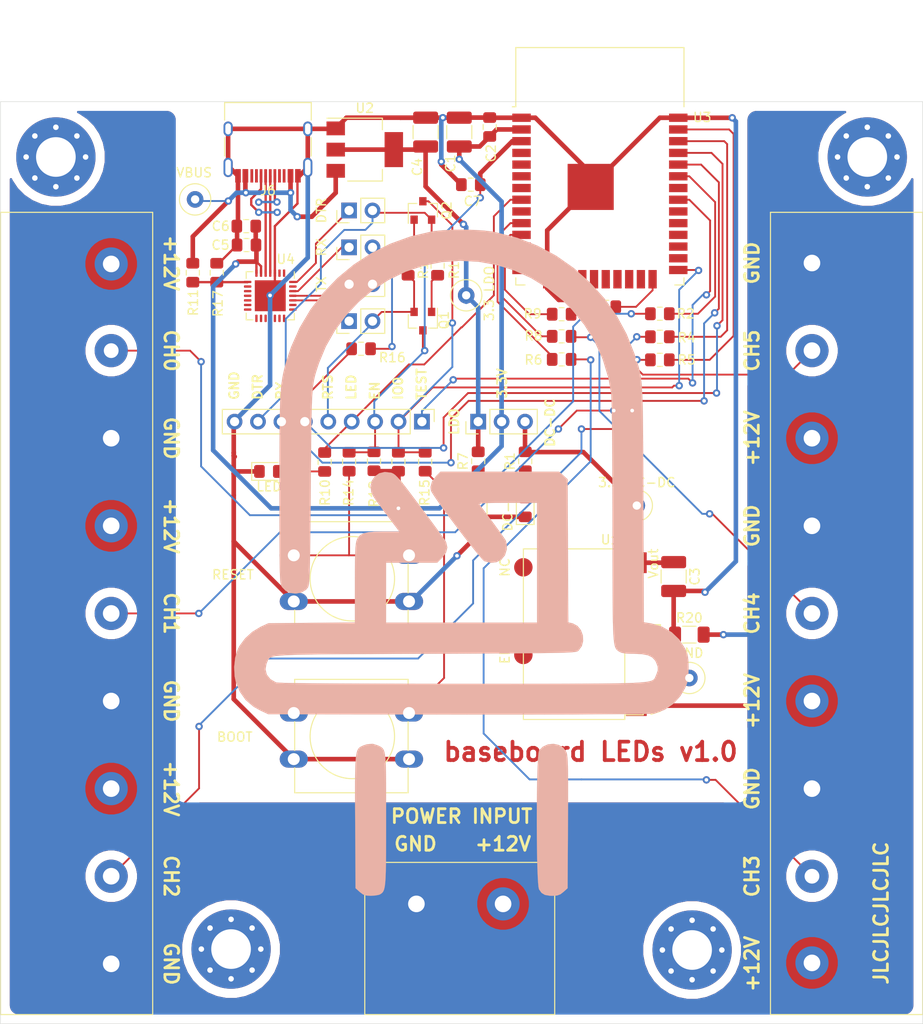
<source format=kicad_pcb>
(kicad_pcb (version 20171130) (host pcbnew "(5.1.10)-1")
  (layers (0 F.Cu signal) (31 B.Cu signal) (34 B.Paste user) (35 F.Paste user) (36 B.SilkS user hide) (37 F.SilkS user) (38 B.Mask user) (39 F.Mask user) (44 Edge.Cuts user))
  (net 0 "")
  (net 1 GND)
  (net 2 +3V3)
  (net 3 /EN)
  (net 4 "Net-(D1-Pad2)")
  (net 5 "Net-(D2-Pad2)")
  (net 6 "Net-(D3-Pad2)")
  (net 7 +12V)
  (net 8 /CH5)
  (net 9 /CH4)
  (net 10 /CH3)
  (net 11 /CH2)
  (net 12 /CH1)
  (net 13 /CH0)
  (net 14 /DTR)
  (net 15 /MCU_RX)
  (net 16 /MCU_TX)
  (net 17 /RTS)
  (net 18 /LED)
  (net 19 /IO0)
  (net 20 VBUS)
  (net 21 /USB_DM)
  (net 22 /USB_DP)
  (net 23 "Net-(JP2-Pad1)")
  (net 24 "Net-(JP3-Pad1)")
  (net 25 "Net-(JP4-Pad2)")
  (net 26 "Net-(JP4-Pad1)")
  (net 27 "Net-(JP5-Pad1)")
  (net 28 "Net-(Q1-Pad1)")
  (net 29 "Net-(Q2-Pad1)")
  (net 30 "Net-(R3-Pad2)")
  (net 31 "Net-(R11-Pad2)")
  (net 32 "Net-(R14-Pad1)")
  (net 33 "Net-(R15-Pad1)")
  (net 34 "Net-(H1-Pad1)")
  (net 35 "Net-(H2-Pad1)")
  (net 36 "Net-(H3-Pad1)")
  (net 37 "Net-(H4-Pad1)")
  (net 38 GNDD)
  (net 39 /3.3_dc-dc)
  (net 40 /3.3_ldo)
  (net 41 /TST)
  (net 42 /CH_2)
  (net 43 /CH_1)
  (net 44 /CH_0)
  (net 45 /CH_5)
  (net 46 /CH_4)
  (net 47 /CH_3)
  (module custom:LED_image (layer B.Cu) (at 70 70 180)
    (fp_text reference G*** hide)
    (fp_text value LOGO hide)
  )
  (module custom:SW_PUSH-12mm (layer F.Cu) (at 51.8 86.3)
    (fp_text reference SW2)
    (fp_text value SW_Push)
    (fp_text user BOOT (at -6.4 2.6) (layer F.SilkS))
    (pad 2 thru_hole oval (at 0 5) (size 3.048 1.85) (drill 1.3) (layers *.Cu *.Mask) (net 38 GNDD))
    (pad 1 thru_hole oval (at 0 0) (size 3.048 1.85) (drill 1.3) (layers *.Cu *.Mask) (net 33 "Net-(R15-Pad1)"))
    (pad 2 thru_hole oval (at 12.5 5) (size 3.048 1.85) (drill 1.3) (layers *.Cu *.Mask) (net 38 GNDD))
    (pad 1 thru_hole oval (at 12.5 0) (size 3.048 1.85) (drill 1.3) (layers *.Cu *.Mask) (net 33 "Net-(R15-Pad1)"))
  )
  (module Resistor_SMD:R_0805_2012Metric_Pad1.15x1.40mm_HandSolder (layer F.Cu) (at 60.5 59 90)
    (fp_text reference R12 (at -3.55 0 90) (layer F.SilkS))
    (fp_text value 12K)
    (pad 2 smd roundrect (at 1.025 0 90) (size 1.15 1.4) (layers F.Cu F.Paste F.Mask) (roundrect_rratio 0.2173904347826087) (net 3 /EN))
    (pad 1 smd roundrect (at -1.025 0 90) (size 1.15 1.4) (layers F.Cu F.Paste F.Mask) (roundrect_rratio 0.2173904347826087) (net 2 +3V3))
  )
  (module Resistor_SMD:R_0805_2012Metric_Pad1.15x1.40mm_HandSolder (layer F.Cu) (at 63.15 59.05 90)
    (fp_text reference R13 (at -3.45 -0.05 90) (layer F.SilkS))
    (fp_text value 5K)
    (pad 2 smd roundrect (at 1.025 0 90) (size 1.15 1.4) (layers F.Cu F.Paste F.Mask) (roundrect_rratio 0.2173904347826087) (net 19 /IO0))
    (pad 1 smd roundrect (at -1.025 0 90) (size 1.15 1.4) (layers F.Cu F.Paste F.Mask) (roundrect_rratio 0.2173904347826087) (net 2 +3V3))
  )
  (module Connector_PinHeader_2.54mm:PinHeader_1x09_P2.54mm_Vertical (layer F.Cu) (at 65.7 54.7 270)
    (fp_text reference J5)
    (fp_text value Conn_01x09)
    (pad 9 thru_hole oval (at 0 20.32 270) (size 1.7 1.7) (drill 1) (layers *.Cu *.Mask) (net 38 GNDD))
    (pad 8 thru_hole oval (at 0 17.78 270) (size 1.7 1.7) (drill 1) (layers *.Cu *.Mask) (net 14 /DTR))
    (pad 7 thru_hole oval (at 0 15.24 270) (size 1.7 1.7) (drill 1) (layers *.Cu *.Mask) (net 15 /MCU_RX))
    (pad 6 thru_hole oval (at 0 12.7 270) (size 1.7 1.7) (drill 1) (layers *.Cu *.Mask) (net 16 /MCU_TX))
    (pad 5 thru_hole oval (at 0 10.16 270) (size 1.7 1.7) (drill 1) (layers *.Cu *.Mask) (net 17 /RTS))
    (pad 4 thru_hole oval (at 0 7.62 270) (size 1.7 1.7) (drill 1) (layers *.Cu *.Mask) (net 18 /LED))
    (pad 3 thru_hole oval (at 0 5.08 270) (size 1.7 1.7) (drill 1) (layers *.Cu *.Mask) (net 3 /EN))
    (pad 2 thru_hole oval (at 0 2.54 270) (size 1.7 1.7) (drill 1) (layers *.Cu *.Mask) (net 19 /IO0))
    (pad 1 thru_hole rect (at 0 0 270) (size 1.7 1.7) (drill 1) (layers *.Cu *.Mask) (net 41 /TST))
  )
  (module Connector_PinHeader_2.54mm:PinHeader_1x03_P2.54mm_Vertical (layer F.Cu) (at 71.8 54.7 90)
    (fp_text reference JP1)
    (fp_text value Jumper_3_Bridged12)
    (pad 3 thru_hole oval (at 0 5.08 90) (size 1.7 1.7) (drill 1) (layers *.Cu *.Mask) (net 39 /3.3_dc-dc))
    (pad 2 thru_hole oval (at 0 2.54 90) (size 1.7 1.7) (drill 1) (layers *.Cu *.Mask) (net 2 +3V3))
    (pad 1 thru_hole rect (at 0 0 90) (size 1.7 1.7) (drill 1) (layers *.Cu *.Mask) (net 40 /3.3_ldo))
  )
  (module Resistor_SMD:R_0805_2012Metric_Pad1.15x1.40mm_HandSolder (layer F.Cu) (at 66.05 59.05 90)
    (fp_text reference R15 (at -3.35 -0.05 90) (layer F.SilkS))
    (fp_text value 470)
    (pad 2 smd roundrect (at 1.025 0 90) (size 1.15 1.4) (layers F.Cu F.Paste F.Mask) (roundrect_rratio 0.2173904347826087) (net 19 /IO0))
    (pad 1 smd roundrect (at -1.025 0 90) (size 1.15 1.4) (layers F.Cu F.Paste F.Mask) (roundrect_rratio 0.2173904347826087) (net 33 "Net-(R15-Pad1)"))
  )
  (module Resistor_SMD:R_0805_2012Metric_Pad1.15x1.40mm_HandSolder (layer F.Cu) (at 57.8 59.05 90)
    (fp_text reference R14 (at -3.35 -0.05 90) (layer F.SilkS))
    (fp_text value 470)
    (pad 2 smd roundrect (at 1.025 0 90) (size 1.15 1.4) (layers F.Cu F.Paste F.Mask) (roundrect_rratio 0.2173904347826087) (net 3 /EN))
    (pad 1 smd roundrect (at -1.025 0 90) (size 1.15 1.4) (layers F.Cu F.Paste F.Mask) (roundrect_rratio 0.2173904347826087) (net 32 "Net-(R14-Pad1)"))
  )
  (module Resistor_SMD:R_0805_2012Metric_Pad1.15x1.40mm_HandSolder (layer F.Cu) (at 55.15 59.075 90)
    (fp_text reference R10 (at -3.325 0.05 90) (layer F.SilkS))
    (fp_text value 100)
    (pad 2 smd roundrect (at 1.025 0 90) (size 1.15 1.4) (layers F.Cu F.Paste F.Mask) (roundrect_rratio 0.2173904347826087) (net 18 /LED))
    (pad 1 smd roundrect (at -1.025 0 90) (size 1.15 1.4) (layers F.Cu F.Paste F.Mask) (roundrect_rratio 0.2173904347826087) (net 6 "Net-(D3-Pad2)"))
  )
  (module Resistor_SMD:R_0805_2012Metric_Pad1.15x1.40mm_HandSolder (layer F.Cu) (at 80.85 45.45 180)
    (fp_text reference R8 (at 3.05 0.05) (layer F.SilkS))
    (fp_text value 470)
    (pad 1 smd roundrect (at -1.025 0 180) (size 1.15 1.4) (layers F.Cu F.Paste F.Mask) (roundrect_rratio 0.2173904347826087) (net 46 /CH_4))
    (pad 2 smd roundrect (at 1.025 0 180) (size 1.15 1.4) (layers F.Cu F.Paste F.Mask) (roundrect_rratio 0.2173904347826087) (net 9 /CH4))
  )
  (module Resistor_SMD:R_0805_2012Metric_Pad1.15x1.40mm_HandSolder (layer F.Cu) (at 71.8 59 90)
    (fp_text reference R7 (at 0 -1.65 90) (layer F.SilkS))
    (fp_text value 100)
    (pad 2 smd roundrect (at 1.025 0 90) (size 1.15 1.4) (layers F.Cu F.Paste F.Mask) (roundrect_rratio 0.2173904347826087) (net 40 /3.3_ldo))
    (pad 1 smd roundrect (at -1.025 0 90) (size 1.15 1.4) (layers F.Cu F.Paste F.Mask) (roundrect_rratio 0.2173904347826087) (net 5 "Net-(D2-Pad2)"))
  )
  (module Resistor_SMD:R_0805_2012Metric_Pad1.15x1.40mm_HandSolder (layer F.Cu) (at 80.85 47.95 180)
    (fp_text reference R6 (at 3.05 -0.05) (layer F.SilkS))
    (fp_text value 470)
    (pad 1 smd roundrect (at -1.025 0 180) (size 1.15 1.4) (layers F.Cu F.Paste F.Mask) (roundrect_rratio 0.2173904347826087) (net 47 /CH_3))
    (pad 2 smd roundrect (at 1.025 0 180) (size 1.15 1.4) (layers F.Cu F.Paste F.Mask) (roundrect_rratio 0.2173904347826087) (net 10 /CH3))
  )
  (module Resistor_SMD:R_0805_2012Metric_Pad1.15x1.40mm_HandSolder (layer F.Cu) (at 91.5 48)
    (fp_text reference R5 (at 2.9 0) (layer F.SilkS))
    (fp_text value 470)
    (pad 1 smd roundrect (at -1.025 0) (size 1.15 1.4) (layers F.Cu F.Paste F.Mask) (roundrect_rratio 0.2173904347826087) (net 42 /CH_2))
    (pad 2 smd roundrect (at 1.025 0) (size 1.15 1.4) (layers F.Cu F.Paste F.Mask) (roundrect_rratio 0.2173904347826087) (net 11 /CH2))
  )
  (module Resistor_SMD:R_0805_2012Metric_Pad1.15x1.40mm_HandSolder (layer F.Cu) (at 91.5 45.5)
    (fp_text reference R4 (at 2.9 0.1) (layer F.SilkS))
    (fp_text value 470)
    (pad 1 smd roundrect (at -1.025 0) (size 1.15 1.4) (layers F.Cu F.Paste F.Mask) (roundrect_rratio 0.2173904347826087) (net 43 /CH_1))
    (pad 2 smd roundrect (at 1.025 0) (size 1.15 1.4) (layers F.Cu F.Paste F.Mask) (roundrect_rratio 0.2173904347826087) (net 12 /CH1))
  )
  (module Resistor_SMD:R_0805_2012Metric_Pad1.15x1.40mm_HandSolder (layer F.Cu) (at 85.7 42.25)
    (fp_text reference R3 (at 0.25 1.6) (layer F.SilkS))
    (fp_text value 5K)
    (pad 2 smd roundrect (at 1.025 0) (size 1.15 1.4) (layers F.Cu F.Paste F.Mask) (roundrect_rratio 0.2173904347826087) (net 30 "Net-(R3-Pad2)"))
    (pad 1 smd roundrect (at -1.025 0) (size 1.15 1.4) (layers F.Cu F.Paste F.Mask) (roundrect_rratio 0.2173904347826087) (net 38 GNDD))
  )
  (module Resistor_SMD:R_0805_2012Metric_Pad1.15x1.40mm_HandSolder (layer F.Cu) (at 91.5 43)
    (fp_text reference R2 (at 2.8 0) (layer F.SilkS))
    (fp_text value 470)
    (pad 1 smd roundrect (at -1.025 0) (size 1.15 1.4) (layers F.Cu F.Paste F.Mask) (roundrect_rratio 0.2173904347826087) (net 44 /CH_0))
    (pad 2 smd roundrect (at 1.025 0) (size 1.15 1.4) (layers F.Cu F.Paste F.Mask) (roundrect_rratio 0.2173904347826087) (net 13 /CH0))
  )
  (module Resistor_SMD:R_0805_2012Metric_Pad1.15x1.40mm_HandSolder (layer F.Cu) (at 76.9 59 90)
    (fp_text reference R1 (at 0 -1.65 90) (layer F.SilkS))
    (fp_text value 100)
    (pad 2 smd roundrect (at 1.025 0 90) (size 1.15 1.4) (layers F.Cu F.Paste F.Mask) (roundrect_rratio 0.2173904347826087) (net 39 /3.3_dc-dc))
    (pad 1 smd roundrect (at -1.025 0 90) (size 1.15 1.4) (layers F.Cu F.Paste F.Mask) (roundrect_rratio 0.2173904347826087) (net 4 "Net-(D1-Pad2)"))
  )
  (module LED_SMD:LED_0805_2012Metric_Pad1.15x1.40mm_HandSolder (layer F.Cu) (at 49.1 60.1)
    (fp_text reference D3 (at 3.4 0.2) (layer F.SilkS))
    (fp_text value LED (at 0 1.65) (layer F.SilkS))
    (pad 2 smd roundrect (at 1.025 0) (size 1.15 1.4) (layers F.Cu F.Paste F.Mask) (roundrect_rratio 0.2173904347826087) (net 6 "Net-(D3-Pad2)"))
    (pad 1 smd roundrect (at -1.025 0) (size 1.15 1.4) (layers F.Cu F.Paste F.Mask) (roundrect_rratio 0.2173904347826087) (net 38 GNDD))
  )
  (module LED_SMD:LED_0805_2012Metric_Pad1.15x1.40mm_HandSolder (layer F.Cu) (at 71.8 64 90)
    (fp_text reference D2)
    (fp_text value LED)
    (fp_text user LDO (at -0.1 -1.8 270) (layer F.SilkS))
    (pad 2 smd roundrect (at 1.025 0 90) (size 1.15 1.4) (layers F.Cu F.Paste F.Mask) (roundrect_rratio 0.2173904347826087) (net 5 "Net-(D2-Pad2)"))
    (pad 1 smd roundrect (at -1.025 0 90) (size 1.15 1.4) (layers F.Cu F.Paste F.Mask) (roundrect_rratio 0.2173904347826087) (net 38 GNDD))
  )
  (module LED_SMD:LED_0805_2012Metric_Pad1.15x1.40mm_HandSolder (layer F.Cu) (at 76.9 64 90)
    (fp_text reference D1)
    (fp_text value LED)
    (fp_text user DC-DC (at 0.025 -1.9 90) (layer F.SilkS))
    (pad 2 smd roundrect (at 1.025 0 90) (size 1.15 1.4) (layers F.Cu F.Paste F.Mask) (roundrect_rratio 0.2173904347826087) (net 4 "Net-(D1-Pad2)"))
    (pad 1 smd roundrect (at -1.025 0 90) (size 1.15 1.4) (layers F.Cu F.Paste F.Mask) (roundrect_rratio 0.2173904347826087) (net 38 GNDD))
  )
  (module Capacitor_SMD:C_1210_3225Metric_Pad1.33x2.70mm_HandSolder (layer F.Cu) (at 66.1 23.3 90)
    (fp_text reference C4 (at -3.8 -0.9 90) (layer F.SilkS))
    (fp_text value 100uF)
    (pad 2 smd roundrect (at 1.5625 0 90) (size 1.325 2.7) (layers F.Cu F.Paste F.Mask) (roundrect_rratio 0.1886784905660377) (net 38 GNDD))
    (pad 1 smd roundrect (at -1.5625 0 90) (size 1.325 2.7) (layers F.Cu F.Paste F.Mask) (roundrect_rratio 0.1886784905660377) (net 40 /3.3_ldo))
  )
  (module Capacitor_SMD:C_1210_3225Metric_Pad1.33x2.70mm_HandSolder (layer F.Cu) (at 93 71.5 270)
    (fp_text reference C3 (at 0 -2.3 90) (layer F.SilkS))
    (fp_text value 100uF)
    (pad 2 smd roundrect (at 1.5625 0 270) (size 1.325 2.7) (layers F.Cu F.Paste F.Mask) (roundrect_rratio 0.1886784905660377) (net 38 GNDD))
    (pad 1 smd roundrect (at -1.5625 0 270) (size 1.325 2.7) (layers F.Cu F.Paste F.Mask) (roundrect_rratio 0.1886784905660377) (net 39 /3.3_dc-dc))
  )
  (module Resistor_SMD:R_0805_2012Metric_Pad1.15x1.40mm_HandSolder (layer F.Cu) (at 64.2 37.8 270)
    (fp_text reference R19 (at 0 -1.65 90) (layer F.SilkS))
    (fp_text value 12K)
    (pad 2 smd roundrect (at 1.025 0 270) (size 1.15 1.4) (layers F.Cu F.Paste F.Mask) (roundrect_rratio 0.2173904347826087) (net 17 /RTS))
    (pad 1 smd roundrect (at -1.025 0 270) (size 1.15 1.4) (layers F.Cu F.Paste F.Mask) (roundrect_rratio 0.2173904347826087) (net 29 "Net-(Q2-Pad1)"))
  )
  (module Package_TO_SOT_SMD:SOT-23 (layer F.Cu) (at 65.8 43.8 270)
    (fp_text reference Q1 (at -0.1 -2.3 90) (layer F.SilkS))
    (fp_text value MMBT3904)
    (pad 3 smd rect (at 1 0 270) (size 0.9 0.8) (layers F.Cu F.Paste F.Mask) (net 3 /EN))
    (pad 2 smd rect (at -1 0.95 270) (size 0.9 0.8) (layers F.Cu F.Paste F.Mask) (net 17 /RTS))
    (pad 1 smd rect (at -1 -0.95 270) (size 0.9 0.8) (layers F.Cu F.Paste F.Mask) (net 28 "Net-(Q1-Pad1)"))
  )
  (module custom:SW_PUSH-12mm (layer F.Cu) (at 51.8 69.2)
    (fp_text reference SW1)
    (fp_text value SW_Push)
    (fp_text user RESET (at -6.6 2.1) (layer F.SilkS))
    (pad 2 thru_hole oval (at 0 5) (size 3.048 1.85) (drill 1.3) (layers *.Cu *.Mask) (net 38 GNDD))
    (pad 1 thru_hole oval (at 0 0) (size 3.048 1.85) (drill 1.3) (layers *.Cu *.Mask) (net 32 "Net-(R14-Pad1)"))
    (pad 2 thru_hole oval (at 12.5 5) (size 3.048 1.85) (drill 1.3) (layers *.Cu *.Mask) (net 38 GNDD))
    (pad 1 thru_hole oval (at 12.5 0) (size 3.048 1.85) (drill 1.3) (layers *.Cu *.Mask) (net 32 "Net-(R14-Pad1)"))
  )
  (module custom:USB_C_Receptacle_HRO_TYPE-C-31-M-12 (layer F.Cu) (at 49 24 180)
    (fp_text reference J6 (at 0 -5.645) (layer F.SilkS))
    (fp_text value USB_C_Receptacle_USB2.0)
    (pad S1 thru_hole oval (at 4.32 1.05 180) (size 1 1.6) (drill oval 0.6 1.2) (layers *.Cu *.Mask) (net 38 GNDD))
    (pad "" np_thru_hole circle (at 2.89 -2.6 180) (size 0.65 0.65) (drill 0.65) (layers *.Cu *.Mask))
    (pad S1 thru_hole oval (at -4.32 1.05 180) (size 1 1.6) (drill oval 0.6 1.2) (layers *.Cu *.Mask) (net 38 GNDD))
    (pad "" np_thru_hole circle (at -2.89 -2.6 180) (size 0.65 0.65) (drill 0.65) (layers *.Cu *.Mask))
    (pad S1 thru_hole oval (at -4.32 -3.13 180) (size 1 2.1) (drill oval 0.6 1.7) (layers *.Cu *.Mask) (net 38 GNDD))
    (pad S1 thru_hole oval (at 4.32 -3.13 180) (size 1 2.1) (drill oval 0.6 1.7) (layers *.Cu *.Mask) (net 38 GNDD))
    (pad A6 smd rect (at -0.25 -4.045 180) (size 0.3 1.45) (layers F.Cu F.Paste F.Mask) (net 22 /USB_DP))
    (pad B5 smd rect (at 1.75 -4.045 180) (size 0.3 1.45) (layers F.Cu F.Paste F.Mask))
    (pad A8 smd rect (at 1.25 -4.045 180) (size 0.3 1.45) (layers F.Cu F.Paste F.Mask))
    (pad B6 smd rect (at 0.75 -4.045 180) (size 0.3 1.45) (layers F.Cu F.Paste F.Mask) (net 22 /USB_DP))
    (pad A7 smd rect (at 0.25 -4.045 180) (size 0.3 1.45) (layers F.Cu F.Paste F.Mask) (net 21 /USB_DM))
    (pad B7 smd rect (at -0.75 -4.045 180) (size 0.3 1.45) (layers F.Cu F.Paste F.Mask) (net 21 /USB_DM))
    (pad A5 smd rect (at -1.25 -4.045 180) (size 0.3 1.45) (layers F.Cu F.Paste F.Mask))
    (pad B8 smd rect (at -1.75 -4.045 180) (size 0.3 1.45) (layers F.Cu F.Paste F.Mask))
    (pad A12 smd rect (at 3.25 -4.045 180) (size 0.6 1.45) (layers F.Cu F.Paste F.Mask) (net 38 GNDD))
    (pad B4 smd rect (at 2.45 -4.045 180) (size 0.6 1.45) (layers F.Cu F.Paste F.Mask) (net 20 VBUS))
    (pad A4 smd rect (at -2.45 -4.045 180) (size 0.6 1.45) (layers F.Cu F.Paste F.Mask) (net 20 VBUS))
    (pad A1 smd rect (at -3.25 -4.045 180) (size 0.6 1.45) (layers F.Cu F.Paste F.Mask) (net 38 GNDD))
    (pad B12 smd rect (at -3.25 -4.045 180) (size 0.6 1.45) (layers F.Cu F.Paste F.Mask) (net 38 GNDD))
    (pad B9 smd rect (at -2.45 -4.045 180) (size 0.6 1.45) (layers F.Cu F.Paste F.Mask) (net 20 VBUS))
    (pad A9 smd rect (at 2.45 -4.045 180) (size 0.6 1.45) (layers F.Cu F.Paste F.Mask) (net 20 VBUS))
    (pad B1 smd rect (at 3.25 -4.045 180) (size 0.6 1.45) (layers F.Cu F.Paste F.Mask) (net 38 GNDD))
  )
  (module custom:HB9500-9 (layer F.Cu) (at 32 37.5 270)
    (fp_text reference J1)
    (fp_text value Conn_01x09)
    (pad 1 thru_hole circle (at 0.1 0 270) (size 3.6 3.6) (drill 1.8) (layers *.Cu *.Mask) (net 7 +12V))
    (pad 2 thru_hole circle (at 9.5 0 270) (size 3.6 3.6) (drill 1.6) (layers *.Cu *.Mask) (net 44 /CH_0))
    (pad 3 thru_hole circle (at 19 0 270) (size 3.6 3.6) (drill 1.8) (layers *.Cu *.Mask) (net 1 GND))
    (pad 4 thru_hole circle (at 28.5 0 270) (size 3.6 3.6) (drill 1.8) (layers *.Cu *.Mask) (net 7 +12V))
    (pad 5 thru_hole circle (at 38 0 270) (size 3.6 3.6) (drill 1.8) (layers *.Cu *.Mask) (net 43 /CH_1))
    (pad 6 thru_hole circle (at 47.5 0 270) (size 3.6 3.6) (drill 1.8) (layers *.Cu *.Mask) (net 1 GND))
    (pad 7 thru_hole circle (at 57 0 270) (size 3.6 3.6) (drill 1.8) (layers *.Cu *.Mask) (net 7 +12V))
    (pad 8 thru_hole circle (at 66.5 0 270) (size 3.6 3.6) (drill 1.8) (layers *.Cu *.Mask) (net 42 /CH_2))
    (pad 9 thru_hole circle (at 76 0 270) (size 3.6 3.6) (drill 1.8) (layers *.Cu *.Mask) (net 1 GND))
  )
  (module custom:HB9500-9 (layer F.Cu) (at 108 113.5 90)
    (fp_text reference J2)
    (fp_text value Conn_01x09)
    (pad 1 thru_hole circle (at 0.1 0 90) (size 3.6 3.6) (drill 1.8) (layers *.Cu *.Mask) (net 7 +12V))
    (pad 2 thru_hole circle (at 9.5 0 90) (size 3.6 3.6) (drill 1.6) (layers *.Cu *.Mask) (net 47 /CH_3))
    (pad 3 thru_hole circle (at 19 0 90) (size 3.6 3.6) (drill 1.8) (layers *.Cu *.Mask) (net 1 GND))
    (pad 4 thru_hole circle (at 28.5 0 90) (size 3.6 3.6) (drill 1.8) (layers *.Cu *.Mask) (net 7 +12V))
    (pad 5 thru_hole circle (at 38 0 90) (size 3.6 3.6) (drill 1.8) (layers *.Cu *.Mask) (net 46 /CH_4))
    (pad 6 thru_hole circle (at 47.5 0 90) (size 3.6 3.6) (drill 1.8) (layers *.Cu *.Mask) (net 1 GND))
    (pad 7 thru_hole circle (at 57 0 90) (size 3.6 3.6) (drill 1.8) (layers *.Cu *.Mask) (net 7 +12V))
    (pad 8 thru_hole circle (at 66.5 0 90) (size 3.6 3.6) (drill 1.8) (layers *.Cu *.Mask) (net 45 /CH_5))
    (pad 9 thru_hole circle (at 76 0 90) (size 3.6 3.6) (drill 1.8) (layers *.Cu *.Mask) (net 1 GND))
  )
  (module Resistor_SMD:R_1206_3216Metric_Pad1.30x1.75mm_HandSolder (layer F.Cu) (at 94.7 77.8)
    (fp_text reference R20 (at 0 -1.82) (layer F.SilkS))
    (fp_text value 0)
    (pad 2 smd roundrect (at 1.55 0) (size 1.3 1.75) (layers F.Cu F.Paste F.Mask) (roundrect_rratio 0.1923076923076923) (net 1 GND))
    (pad 1 smd roundrect (at -1.55 0) (size 1.3 1.75) (layers F.Cu F.Paste F.Mask) (roundrect_rratio 0.1923076923076923) (net 38 GNDD))
  )
  (module MountingHole:MountingHole_4.3mm_M4_Pad_Via (layer F.Cu) (at 114 26)
    (fp_text reference H4)
    (fp_text value MountingHole_Pad)
    (pad 1 thru_hole circle (at 2.280419 -2.280419) (size 0.9 0.9) (drill 0.6) (layers *.Cu *.Mask) (net 37 "Net-(H4-Pad1)"))
    (pad 1 thru_hole circle (at 0 -3.225) (size 0.9 0.9) (drill 0.6) (layers *.Cu *.Mask) (net 37 "Net-(H4-Pad1)"))
    (pad 1 thru_hole circle (at -2.280419 -2.280419) (size 0.9 0.9) (drill 0.6) (layers *.Cu *.Mask) (net 37 "Net-(H4-Pad1)"))
    (pad 1 thru_hole circle (at -3.225 0) (size 0.9 0.9) (drill 0.6) (layers *.Cu *.Mask) (net 37 "Net-(H4-Pad1)"))
    (pad 1 thru_hole circle (at -2.280419 2.280419) (size 0.9 0.9) (drill 0.6) (layers *.Cu *.Mask) (net 37 "Net-(H4-Pad1)"))
    (pad 1 thru_hole circle (at 0 3.225) (size 0.9 0.9) (drill 0.6) (layers *.Cu *.Mask) (net 37 "Net-(H4-Pad1)"))
    (pad 1 thru_hole circle (at 2.280419 2.280419) (size 0.9 0.9) (drill 0.6) (layers *.Cu *.Mask) (net 37 "Net-(H4-Pad1)"))
    (pad 1 thru_hole circle (at 3.225 0) (size 0.9 0.9) (drill 0.6) (layers *.Cu *.Mask) (net 37 "Net-(H4-Pad1)"))
    (pad 1 thru_hole circle (at 0 0) (size 8.6 8.6) (drill 4.3) (layers *.Cu *.Mask) (net 37 "Net-(H4-Pad1)"))
  )
  (module MountingHole:MountingHole_4.3mm_M4_Pad_Via (layer F.Cu) (at 95 112)
    (fp_text reference H3)
    (fp_text value MountingHole_Pad)
    (pad 1 thru_hole circle (at 2.280419 -2.280419) (size 0.9 0.9) (drill 0.6) (layers *.Cu *.Mask) (net 36 "Net-(H3-Pad1)"))
    (pad 1 thru_hole circle (at 0 -3.225) (size 0.9 0.9) (drill 0.6) (layers *.Cu *.Mask) (net 36 "Net-(H3-Pad1)"))
    (pad 1 thru_hole circle (at -2.280419 -2.280419) (size 0.9 0.9) (drill 0.6) (layers *.Cu *.Mask) (net 36 "Net-(H3-Pad1)"))
    (pad 1 thru_hole circle (at -3.225 0) (size 0.9 0.9) (drill 0.6) (layers *.Cu *.Mask) (net 36 "Net-(H3-Pad1)"))
    (pad 1 thru_hole circle (at -2.280419 2.280419) (size 0.9 0.9) (drill 0.6) (layers *.Cu *.Mask) (net 36 "Net-(H3-Pad1)"))
    (pad 1 thru_hole circle (at 0 3.225) (size 0.9 0.9) (drill 0.6) (layers *.Cu *.Mask) (net 36 "Net-(H3-Pad1)"))
    (pad 1 thru_hole circle (at 2.280419 2.280419) (size 0.9 0.9) (drill 0.6) (layers *.Cu *.Mask) (net 36 "Net-(H3-Pad1)"))
    (pad 1 thru_hole circle (at 3.225 0) (size 0.9 0.9) (drill 0.6) (layers *.Cu *.Mask) (net 36 "Net-(H3-Pad1)"))
    (pad 1 thru_hole circle (at 0 0) (size 8.6 8.6) (drill 4.3) (layers *.Cu *.Mask) (net 36 "Net-(H3-Pad1)"))
  )
  (module MountingHole:MountingHole_4.3mm_M4_Pad_Via (layer F.Cu) (at 26 26)
    (fp_text reference H2)
    (fp_text value MountingHole_Pad)
    (pad 1 thru_hole circle (at 2.280419 -2.280419) (size 0.9 0.9) (drill 0.6) (layers *.Cu *.Mask) (net 35 "Net-(H2-Pad1)"))
    (pad 1 thru_hole circle (at 0 -3.225) (size 0.9 0.9) (drill 0.6) (layers *.Cu *.Mask) (net 35 "Net-(H2-Pad1)"))
    (pad 1 thru_hole circle (at -2.280419 -2.280419) (size 0.9 0.9) (drill 0.6) (layers *.Cu *.Mask) (net 35 "Net-(H2-Pad1)"))
    (pad 1 thru_hole circle (at -3.225 0) (size 0.9 0.9) (drill 0.6) (layers *.Cu *.Mask) (net 35 "Net-(H2-Pad1)"))
    (pad 1 thru_hole circle (at -2.280419 2.280419) (size 0.9 0.9) (drill 0.6) (layers *.Cu *.Mask) (net 35 "Net-(H2-Pad1)"))
    (pad 1 thru_hole circle (at 0 3.225) (size 0.9 0.9) (drill 0.6) (layers *.Cu *.Mask) (net 35 "Net-(H2-Pad1)"))
    (pad 1 thru_hole circle (at 2.280419 2.280419) (size 0.9 0.9) (drill 0.6) (layers *.Cu *.Mask) (net 35 "Net-(H2-Pad1)"))
    (pad 1 thru_hole circle (at 3.225 0) (size 0.9 0.9) (drill 0.6) (layers *.Cu *.Mask) (net 35 "Net-(H2-Pad1)"))
    (pad 1 thru_hole circle (at 0 0) (size 8.6 8.6) (drill 4.3) (layers *.Cu *.Mask) (net 35 "Net-(H2-Pad1)"))
  )
  (module MountingHole:MountingHole_4.3mm_M4_Pad_Via (layer F.Cu) (at 45 111.9)
    (fp_text reference H1)
    (fp_text value MountingHole_Pad)
    (pad 1 thru_hole circle (at 2.280419 -2.280419) (size 0.9 0.9) (drill 0.6) (layers *.Cu *.Mask) (net 34 "Net-(H1-Pad1)"))
    (pad 1 thru_hole circle (at 0 -3.225) (size 0.9 0.9) (drill 0.6) (layers *.Cu *.Mask) (net 34 "Net-(H1-Pad1)"))
    (pad 1 thru_hole circle (at -2.280419 -2.280419) (size 0.9 0.9) (drill 0.6) (layers *.Cu *.Mask) (net 34 "Net-(H1-Pad1)"))
    (pad 1 thru_hole circle (at -3.225 0) (size 0.9 0.9) (drill 0.6) (layers *.Cu *.Mask) (net 34 "Net-(H1-Pad1)"))
    (pad 1 thru_hole circle (at -2.280419 2.280419) (size 0.9 0.9) (drill 0.6) (layers *.Cu *.Mask) (net 34 "Net-(H1-Pad1)"))
    (pad 1 thru_hole circle (at 0 3.225) (size 0.9 0.9) (drill 0.6) (layers *.Cu *.Mask) (net 34 "Net-(H1-Pad1)"))
    (pad 1 thru_hole circle (at 2.280419 2.280419) (size 0.9 0.9) (drill 0.6) (layers *.Cu *.Mask) (net 34 "Net-(H1-Pad1)"))
    (pad 1 thru_hole circle (at 3.225 0) (size 0.9 0.9) (drill 0.6) (layers *.Cu *.Mask) (net 34 "Net-(H1-Pad1)"))
    (pad 1 thru_hole circle (at 0 0) (size 8.6 8.6) (drill 4.3) (layers *.Cu *.Mask) (net 34 "Net-(H1-Pad1)"))
  )
  (module Package_DFN_QFN:QFN-28-1EP_5x5mm_P0.5mm_EP3.35x3.35mm (layer F.Cu) (at 49.25 41.05 270)
    (fp_text reference U4 (at -3.966 -1.677 180) (layer F.SilkS))
    (fp_text value CP2102N-A01-GQFN28)
    (pad 1 smd roundrect (at -2.45 -1.5 270) (size 0.8 0.25) (layers F.Cu F.Paste F.Mask))
    (pad 2 smd roundrect (at -2.45 -1 270) (size 0.8 0.25) (layers F.Cu F.Paste F.Mask))
    (pad 3 smd roundrect (at -2.45 -0.5 270) (size 0.8 0.25) (layers F.Cu F.Paste F.Mask) (net 38 GNDD))
    (pad 4 smd roundrect (at -2.45 0 270) (size 0.8 0.25) (layers F.Cu F.Paste F.Mask) (net 22 /USB_DP))
    (pad 5 smd roundrect (at -2.45 0.5 270) (size 0.8 0.25) (layers F.Cu F.Paste F.Mask) (net 21 /USB_DM))
    (pad 6 smd roundrect (at -2.45 1 270) (size 0.8 0.25) (layers F.Cu F.Paste F.Mask) (net 2 +3V3))
    (pad 7 smd roundrect (at -2.45 1.5 270) (size 0.8 0.25) (layers F.Cu F.Paste F.Mask) (net 2 +3V3))
    (pad 8 smd roundrect (at -1.5 2.45 270) (size 0.25 0.8) (layers F.Cu F.Paste F.Mask) (net 31 "Net-(R11-Pad2)"))
    (pad 9 smd roundrect (at -1 2.45 270) (size 0.25 0.8) (layers F.Cu F.Paste F.Mask))
    (pad 10 smd roundrect (at -0.5 2.45 270) (size 0.25 0.8) (layers F.Cu F.Paste F.Mask))
    (pad 11 smd roundrect (at 0 2.45 270) (size 0.25 0.8) (layers F.Cu F.Paste F.Mask))
    (pad 12 smd roundrect (at 0.5 2.45 270) (size 0.25 0.8) (layers F.Cu F.Paste F.Mask))
    (pad 13 smd roundrect (at 1 2.45 270) (size 0.25 0.8) (layers F.Cu F.Paste F.Mask))
    (pad 14 smd roundrect (at 1.5 2.45 270) (size 0.25 0.8) (layers F.Cu F.Paste F.Mask))
    (pad 15 smd roundrect (at 2.45 1.5 270) (size 0.8 0.25) (layers F.Cu F.Paste F.Mask))
    (pad 16 smd roundrect (at 2.45 1 270) (size 0.8 0.25) (layers F.Cu F.Paste F.Mask))
    (pad 17 smd roundrect (at 2.45 0.5 270) (size 0.8 0.25) (layers F.Cu F.Paste F.Mask))
    (pad 18 smd roundrect (at 2.45 0 270) (size 0.8 0.25) (layers F.Cu F.Paste F.Mask))
    (pad 19 smd roundrect (at 2.45 -0.5 270) (size 0.8 0.25) (layers F.Cu F.Paste F.Mask))
    (pad 20 smd roundrect (at 2.45 -1 270) (size 0.8 0.25) (layers F.Cu F.Paste F.Mask))
    (pad 21 smd roundrect (at 2.45 -1.5 270) (size 0.8 0.25) (layers F.Cu F.Paste F.Mask))
    (pad 22 smd roundrect (at 1.5 -2.45 270) (size 0.25 0.8) (layers F.Cu F.Paste F.Mask))
    (pad 23 smd roundrect (at 1 -2.45 270) (size 0.25 0.8) (layers F.Cu F.Paste F.Mask))
    (pad 24 smd roundrect (at 0.5 -2.45 270) (size 0.25 0.8) (layers F.Cu F.Paste F.Mask) (net 23 "Net-(JP2-Pad1)"))
    (pad 25 smd roundrect (at 0 -2.45 270) (size 0.25 0.8) (layers F.Cu F.Paste F.Mask) (net 24 "Net-(JP3-Pad1)"))
    (pad 26 smd roundrect (at -0.5 -2.45 270) (size 0.25 0.8) (layers F.Cu F.Paste F.Mask) (net 26 "Net-(JP4-Pad1)"))
    (pad 27 smd roundrect (at -1 -2.45 270) (size 0.25 0.8) (layers F.Cu F.Paste F.Mask))
    (pad 28 smd roundrect (at -1.5 -2.45 270) (size 0.25 0.8) (layers F.Cu F.Paste F.Mask) (net 27 "Net-(JP5-Pad1)"))
    (pad 29 smd rect (at 0 0 270) (size 3.35 3.35) (layers F.Cu F.Mask) (net 38 GNDD))
  )
  (module RF_Module:ESP32-WROOM-32 (layer F.Cu) (at 85 30)
    (fp_text reference U3 (at 11.1 -8.3 180) (layer F.SilkS))
    (fp_text value ESP32-WROOM-32D)
    (pad 39 smd rect (at -1 -0.755) (size 5 5) (layers F.Cu F.Paste F.Mask) (net 38 GNDD))
    (pad 1 smd rect (at -8.5 -8.255) (size 2 0.9) (layers F.Cu F.Paste F.Mask) (net 38 GNDD))
    (pad 2 smd rect (at -8.5 -6.985) (size 2 0.9) (layers F.Cu F.Paste F.Mask) (net 2 +3V3))
    (pad 3 smd rect (at -8.5 -5.715) (size 2 0.9) (layers F.Cu F.Paste F.Mask) (net 3 /EN))
    (pad 4 smd rect (at -8.5 -4.445) (size 2 0.9) (layers F.Cu F.Paste F.Mask))
    (pad 5 smd rect (at -8.5 -3.175) (size 2 0.9) (layers F.Cu F.Paste F.Mask))
    (pad 6 smd rect (at -8.5 -1.905) (size 2 0.9) (layers F.Cu F.Paste F.Mask))
    (pad 7 smd rect (at -8.5 -0.635) (size 2 0.9) (layers F.Cu F.Paste F.Mask))
    (pad 8 smd rect (at -8.5 0.635) (size 2 0.9) (layers F.Cu F.Paste F.Mask) (net 18 /LED))
    (pad 9 smd rect (at -8.5 1.905) (size 2 0.9) (layers F.Cu F.Paste F.Mask))
    (pad 10 smd rect (at -8.5 3.175) (size 2 0.9) (layers F.Cu F.Paste F.Mask) (net 10 /CH3))
    (pad 11 smd rect (at -8.5 4.445) (size 2 0.9) (layers F.Cu F.Paste F.Mask) (net 9 /CH4))
    (pad 12 smd rect (at -8.5 5.715) (size 2 0.9) (layers F.Cu F.Paste F.Mask) (net 8 /CH5))
    (pad 13 smd rect (at -8.5 6.985) (size 2 0.9) (layers F.Cu F.Paste F.Mask))
    (pad 14 smd rect (at -8.5 8.255) (size 2 0.9) (layers F.Cu F.Paste F.Mask))
    (pad 15 smd rect (at -5.715 9.255 90) (size 2 0.9) (layers F.Cu F.Paste F.Mask) (net 38 GNDD))
    (pad 16 smd rect (at -4.445 9.255 90) (size 2 0.9) (layers F.Cu F.Paste F.Mask))
    (pad 17 smd rect (at -3.175 9.255 90) (size 2 0.9) (layers F.Cu F.Paste F.Mask))
    (pad 18 smd rect (at -1.905 9.255 90) (size 2 0.9) (layers F.Cu F.Paste F.Mask))
    (pad 19 smd rect (at -0.635 9.255 90) (size 2 0.9) (layers F.Cu F.Paste F.Mask))
    (pad 20 smd rect (at 0.635 9.255 90) (size 2 0.9) (layers F.Cu F.Paste F.Mask))
    (pad 21 smd rect (at 1.905 9.255 90) (size 2 0.9) (layers F.Cu F.Paste F.Mask))
    (pad 22 smd rect (at 3.175 9.255 90) (size 2 0.9) (layers F.Cu F.Paste F.Mask))
    (pad 23 smd rect (at 4.445 9.255 90) (size 2 0.9) (layers F.Cu F.Paste F.Mask))
    (pad 24 smd rect (at 5.715 9.255 90) (size 2 0.9) (layers F.Cu F.Paste F.Mask) (net 30 "Net-(R3-Pad2)"))
    (pad 25 smd rect (at 8.5 8.255) (size 2 0.9) (layers F.Cu F.Paste F.Mask) (net 19 /IO0))
    (pad 26 smd rect (at 8.5 6.985) (size 2 0.9) (layers F.Cu F.Paste F.Mask))
    (pad 27 smd rect (at 8.5 5.715) (size 2 0.9) (layers F.Cu F.Paste F.Mask))
    (pad 28 smd rect (at 8.5 4.445) (size 2 0.9) (layers F.Cu F.Paste F.Mask))
    (pad 29 smd rect (at 8.5 3.175) (size 2 0.9) (layers F.Cu F.Paste F.Mask))
    (pad 30 smd rect (at 8.5 1.905) (size 2 0.9) (layers F.Cu F.Paste F.Mask))
    (pad 31 smd rect (at 8.5 0.635) (size 2 0.9) (layers F.Cu F.Paste F.Mask) (net 41 /TST))
    (pad 32 smd rect (at 8.5 -0.635) (size 2 0.9) (layers F.Cu F.Paste F.Mask))
    (pad 33 smd rect (at 8.5 -1.905) (size 2 0.9) (layers F.Cu F.Paste F.Mask) (net 13 /CH0))
    (pad 34 smd rect (at 8.5 -3.175) (size 2 0.9) (layers F.Cu F.Paste F.Mask) (net 15 /MCU_RX))
    (pad 35 smd rect (at 8.5 -4.445) (size 2 0.9) (layers F.Cu F.Paste F.Mask) (net 16 /MCU_TX))
    (pad 36 smd rect (at 8.5 -5.715) (size 2 0.9) (layers F.Cu F.Paste F.Mask) (net 12 /CH1))
    (pad 37 smd rect (at 8.5 -6.985) (size 2 0.9) (layers F.Cu F.Paste F.Mask) (net 11 /CH2))
    (pad 38 smd rect (at 8.5 -8.255) (size 2 0.9) (layers F.Cu F.Paste F.Mask) (net 38 GNDD))
  )
  (module Package_TO_SOT_SMD:SOT-223-3_TabPin2 (layer F.Cu) (at 59.5 25.2)
    (fp_text reference U2 (at 0 -4.5) (layer F.SilkS))
    (fp_text value AMS1117-3.3)
    (pad 1 smd rect (at -3.15 -2.3) (size 2 1.5) (layers F.Cu F.Paste F.Mask) (net 38 GNDD))
    (pad 3 smd rect (at -3.15 2.3) (size 2 1.5) (layers F.Cu F.Paste F.Mask) (net 20 VBUS))
    (pad 2 smd rect (at -3.15 0) (size 2 1.5) (layers F.Cu F.Paste F.Mask) (net 40 /3.3_ldo))
    (pad 2 smd rect (at 3.15 0) (size 2 3.8) (layers F.Cu F.Paste F.Mask) (net 40 /3.3_ldo))
  )
  (module custom:MP2225_DC_DC_module (layer F.Cu) (at 74.8 78 90)
    (fp_text reference U1 (at 10.5 11.3 180) (layer F.SilkS))
    (fp_text value MP2225_DC_DC_module)
    (fp_text user " " (at -9 2.4 90) (layer F.SilkS))
    (fp_text user Vin (at -7.4 16.3 90) (layer F.SilkS))
    (fp_text user Gnd (at 0.1 16.3 90) (layer F.SilkS))
    (fp_text user Vout (at 7.9 16 90) (layer F.SilkS))
    (fp_text user NC (at 7.5 -0.1 90) (layer F.SilkS))
    (fp_text user EN (at -2 -0.1 90) (layer F.SilkS))
    (fp_text user FB (at -7 -0.1 90) (layer F.SilkS))
    (pad 4 smd circle (at 7.5 1.9 90) (size 2 2) (layers F.Cu F.Paste F.Mask))
    (pad 1 smd rect (at -7.5 14.15 90) (size 2.25 2.25) (layers F.Cu F.Paste F.Mask) (net 7 +12V))
    (pad 3 smd rect (at 8 14.15 90) (size 2.25 2.25) (layers F.Cu F.Paste F.Mask) (net 39 /3.3_dc-dc))
    (pad 2 smd rect (at 0.25 14.15 90) (size 2.25 2.25) (layers F.Cu F.Paste F.Mask) (net 38 GNDD))
    (pad 6 smd circle (at -7 1.9 90) (size 2 2) (layers F.Cu F.Paste F.Mask))
    (pad 5 smd circle (at -2 1.9 90) (size 2 2) (layers F.Cu F.Paste F.Mask))
  )
  (module TestPoint:TestPoint_Loop_D2.60mm_Drill0.9mm_Beaded (layer F.Cu) (at 94.7 82.5)
    (fp_text reference TP4)
    (fp_text value TestPoint)
    (fp_text user GND (at 0 -2.7) (layer F.SilkS))
    (pad 1 thru_hole circle (at 0 0) (size 1.8 1.8) (drill 0.9) (layers *.Cu *.Mask) (net 38 GNDD))
  )
  (module TestPoint:TestPoint_Loop_D2.60mm_Drill0.9mm_Beaded (layer F.Cu) (at 70.5 41)
    (fp_text reference TP3)
    (fp_text value TestPoint)
    (fp_text user "3.3 LDO" (at 2.5 -0.2 270) (layer F.SilkS))
    (pad 1 thru_hole circle (at 0 0) (size 1.8 1.8) (drill 0.9) (layers *.Cu *.Mask) (net 40 /3.3_ldo))
  )
  (module TestPoint:TestPoint_Loop_D2.60mm_Drill0.9mm_Beaded (layer F.Cu) (at 41.1 30.6)
    (fp_text reference TP2)
    (fp_text value TestPoint)
    (fp_text user VBUS (at -0.1 -2.9) (layer F.SilkS))
    (pad 1 thru_hole circle (at 0 0) (size 1.8 1.8) (drill 0.9) (layers *.Cu *.Mask) (net 20 VBUS))
  )
  (module TestPoint:TestPoint_Loop_D2.60mm_Drill0.9mm_Beaded (layer F.Cu) (at 89 63.8)
    (fp_text reference TP1)
    (fp_text value TestPoint)
    (fp_text user "3.3 DC-DC" (at 0 -2.5) (layer F.SilkS))
    (pad 1 thru_hole circle (at 0 0) (size 1.8 1.8) (drill 0.9) (layers *.Cu *.Mask) (net 39 /3.3_dc-dc))
  )
  (module Resistor_SMD:R_0805_2012Metric_Pad1.15x1.40mm_HandSolder (layer F.Cu) (at 67.4 37.8 90)
    (fp_text reference R18 (at 0 1.8 90) (layer F.SilkS))
    (fp_text value 12K)
    (pad 2 smd roundrect (at 1.025 0 90) (size 1.15 1.4) (layers F.Cu F.Paste F.Mask) (roundrect_rratio 0.2173904347826087) (net 14 /DTR))
    (pad 1 smd roundrect (at -1.025 0 90) (size 1.15 1.4) (layers F.Cu F.Paste F.Mask) (roundrect_rratio 0.2173904347826087) (net 28 "Net-(Q1-Pad1)"))
  )
  (module Resistor_SMD:R_0805_2012Metric_Pad1.15x1.40mm_HandSolder (layer F.Cu) (at 43.45 38.55 90)
    (fp_text reference R17 (at -3.35 0.125 90) (layer F.SilkS))
    (fp_text value 47K)
    (pad 2 smd roundrect (at 1.025 0 90) (size 1.15 1.4) (layers F.Cu F.Paste F.Mask) (roundrect_rratio 0.2173904347826087) (net 38 GNDD))
    (pad 1 smd roundrect (at -1.025 0 90) (size 1.15 1.4) (layers F.Cu F.Paste F.Mask) (roundrect_rratio 0.2173904347826087) (net 31 "Net-(R11-Pad2)"))
  )
  (module Resistor_SMD:R_0805_2012Metric_Pad1.15x1.40mm_HandSolder (layer F.Cu) (at 59.1 46.8)
    (fp_text reference R16 (at 3.384 0.952) (layer F.SilkS))
    (fp_text value 470)
    (pad 1 smd roundrect (at -1.025 0) (size 1.15 1.4) (layers F.Cu F.Paste F.Mask) (roundrect_rratio 0.2173904347826087) (net 15 /MCU_RX))
    (pad 2 smd roundrect (at 1.025 0) (size 1.15 1.4) (layers F.Cu F.Paste F.Mask) (roundrect_rratio 0.2173904347826087) (net 25 "Net-(JP4-Pad2)"))
  )
  (module Resistor_SMD:R_0805_2012Metric_Pad1.15x1.40mm_HandSolder (layer F.Cu) (at 40.85 38.55 270)
    (fp_text reference R11 (at 3.25 -0.05 90) (layer F.SilkS))
    (fp_text value 24K)
    (pad 2 smd roundrect (at 1.025 0 270) (size 1.15 1.4) (layers F.Cu F.Paste F.Mask) (roundrect_rratio 0.2173904347826087) (net 31 "Net-(R11-Pad2)"))
    (pad 1 smd roundrect (at -1.025 0 270) (size 1.15 1.4) (layers F.Cu F.Paste F.Mask) (roundrect_rratio 0.2173904347826087) (net 20 VBUS))
  )
  (module Resistor_SMD:R_0805_2012Metric_Pad1.15x1.40mm_HandSolder (layer F.Cu) (at 80.85 43.05 180)
    (fp_text reference R9 (at 3.15 0.05) (layer F.SilkS))
    (fp_text value 470)
    (pad 1 smd roundrect (at -1.025 0 180) (size 1.15 1.4) (layers F.Cu F.Paste F.Mask) (roundrect_rratio 0.2173904347826087) (net 45 /CH_5))
    (pad 2 smd roundrect (at 1.025 0 180) (size 1.15 1.4) (layers F.Cu F.Paste F.Mask) (roundrect_rratio 0.2173904347826087) (net 8 /CH5))
  )
  (module Package_TO_SOT_SMD:SOT-23 (layer F.Cu) (at 65.8 31.8 90)
    (fp_text reference Q2 (at 0 2.6 90) (layer F.SilkS))
    (fp_text value MMBT3904)
    (pad 3 smd rect (at 1 0 90) (size 0.9 0.8) (layers F.Cu F.Paste F.Mask) (net 19 /IO0))
    (pad 2 smd rect (at -1 0.95 90) (size 0.9 0.8) (layers F.Cu F.Paste F.Mask) (net 14 /DTR))
    (pad 1 smd rect (at -1 -0.95 90) (size 0.9 0.8) (layers F.Cu F.Paste F.Mask) (net 29 "Net-(Q2-Pad1)"))
  )
  (module Connector_PinHeader_2.54mm:PinHeader_1x02_P2.54mm_Vertical (layer F.Cu) (at 57.8 31.8 90)
    (fp_text reference JP5)
    (fp_text value Jumper_NC_Small)
    (fp_text user DTR (at 0 -3 90) (layer F.SilkS))
    (pad 2 thru_hole oval (at 0 2.54 90) (size 1.7 1.7) (drill 1) (layers *.Cu *.Mask) (net 14 /DTR))
    (pad 1 thru_hole rect (at 0 0 90) (size 1.7 1.7) (drill 1) (layers *.Cu *.Mask) (net 27 "Net-(JP5-Pad1)"))
  )
  (module Connector_PinHeader_2.54mm:PinHeader_1x02_P2.54mm_Vertical (layer F.Cu) (at 57.8 35.8 90)
    (fp_text reference JP4)
    (fp_text value Jumper_NC_Small)
    (fp_text user RX (at 0 -3 90) (layer F.SilkS))
    (pad 2 thru_hole oval (at 0 2.54 90) (size 1.7 1.7) (drill 1) (layers *.Cu *.Mask) (net 25 "Net-(JP4-Pad2)"))
    (pad 1 thru_hole rect (at 0 0 90) (size 1.7 1.7) (drill 1) (layers *.Cu *.Mask) (net 26 "Net-(JP4-Pad1)"))
  )
  (module Connector_PinHeader_2.54mm:PinHeader_1x02_P2.54mm_Vertical (layer F.Cu) (at 57.8 39.8 90)
    (fp_text reference JP3)
    (fp_text value Jumper_NC_Small)
    (fp_text user TX (at 0 -3 90) (layer F.SilkS))
    (pad 2 thru_hole oval (at 0 2.54 90) (size 1.7 1.7) (drill 1) (layers *.Cu *.Mask) (net 16 /MCU_TX))
    (pad 1 thru_hole rect (at 0 0 90) (size 1.7 1.7) (drill 1) (layers *.Cu *.Mask) (net 24 "Net-(JP3-Pad1)"))
  )
  (module Connector_PinHeader_2.54mm:PinHeader_1x02_P2.54mm_Vertical (layer F.Cu) (at 57.8 43.8 90)
    (fp_text reference JP2)
    (fp_text value Jumper_NC_Small)
    (fp_text user RTS (at 0 -3 90) (layer F.SilkS))
    (pad 2 thru_hole oval (at 0 2.54 90) (size 1.7 1.7) (drill 1) (layers *.Cu *.Mask) (net 17 /RTS))
    (pad 1 thru_hole rect (at 0 0 90) (size 1.7 1.7) (drill 1) (layers *.Cu *.Mask) (net 23 "Net-(JP2-Pad1)"))
  )
  (module custom:HB9500-2 (layer F.Cu) (at 65 107)
    (fp_text reference J3)
    (fp_text value Conn_01x02)
    (pad 2 thru_hole circle (at 9.5 0) (size 3.6 3.6) (drill 1.8) (layers *.Cu *.Mask) (net 7 +12V))
    (pad 1 thru_hole circle (at 0.1 0) (size 3.6 3.6) (drill 1.8) (layers *.Cu *.Mask) (net 1 GND))
  )
  (module Capacitor_SMD:C_0805_2012Metric_Pad1.15x1.40mm_HandSolder (layer F.Cu) (at 71 29 180)
    (fp_text reference C7 (at -0.2 -1.8) (layer F.SilkS))
    (fp_text value 1nF)
    (pad 2 smd roundrect (at 1.025 0 180) (size 1.15 1.4) (layers F.Cu F.Paste F.Mask) (roundrect_rratio 0.2173904347826087) (net 38 GNDD))
    (pad 1 smd roundrect (at -1.025 0 180) (size 1.15 1.4) (layers F.Cu F.Paste F.Mask) (roundrect_rratio 0.2173904347826087) (net 3 /EN))
  )
  (module Capacitor_SMD:C_0805_2012Metric_Pad1.15x1.40mm_HandSolder (layer F.Cu) (at 46.65 33.5 180)
    (fp_text reference C6 (at 2.775 0) (layer F.SilkS))
    (fp_text value 10uF)
    (pad 2 smd roundrect (at 1.025 0 180) (size 1.15 1.4) (layers F.Cu F.Paste F.Mask) (roundrect_rratio 0.2173904347826087) (net 38 GNDD))
    (pad 1 smd roundrect (at -1.025 0 180) (size 1.15 1.4) (layers F.Cu F.Paste F.Mask) (roundrect_rratio 0.2173904347826087) (net 2 +3V3))
  )
  (module Capacitor_SMD:C_0805_2012Metric_Pad1.15x1.40mm_HandSolder (layer F.Cu) (at 46.675 35.55 180)
    (fp_text reference C5 (at 2.825 0) (layer F.SilkS))
    (fp_text value 0.1uF)
    (pad 2 smd roundrect (at 1.025 0 180) (size 1.15 1.4) (layers F.Cu F.Paste F.Mask) (roundrect_rratio 0.2173904347826087) (net 38 GNDD))
    (pad 1 smd roundrect (at -1.025 0 180) (size 1.15 1.4) (layers F.Cu F.Paste F.Mask) (roundrect_rratio 0.2173904347826087) (net 2 +3V3))
  )
  (module Capacitor_SMD:C_0805_2012Metric_Pad1.15x1.40mm_HandSolder (layer F.Cu) (at 73.05 22.75 90)
    (fp_text reference C2 (at -2.85 0.15 90) (layer F.SilkS))
    (fp_text value 1uF)
    (pad 2 smd roundrect (at 1.025 0 90) (size 1.15 1.4) (layers F.Cu F.Paste F.Mask) (roundrect_rratio 0.2173904347826087) (net 38 GNDD))
    (pad 1 smd roundrect (at -1.025 0 90) (size 1.15 1.4) (layers F.Cu F.Paste F.Mask) (roundrect_rratio 0.2173904347826087) (net 2 +3V3))
  )
  (module Capacitor_SMD:C_1210_3225Metric_Pad1.33x2.70mm_HandSolder (layer F.Cu) (at 69.75 23.3 90)
    (fp_text reference C1 (at -3.4 -0.95 90) (layer F.SilkS))
    (fp_text value 100uF)
    (pad 2 smd roundrect (at 1.5625 0 90) (size 1.325 2.7) (layers F.Cu F.Paste F.Mask) (roundrect_rratio 0.1886784905660377) (net 38 GNDD))
    (pad 1 smd roundrect (at -1.5625 0 90) (size 1.325 2.7) (layers F.Cu F.Paste F.Mask) (roundrect_rratio 0.1886784905660377) (net 2 +3V3))
  )
  (gr_text JLCJLCJLCJLC (at 115.5 108 90) (layer F.SilkS) (effects (font (size 1.5 1.5) (thickness 0.3))))
  (gr_text "baseboard LEDs v1.0" (at 84 90.5) (layer F.Cu) (effects (font (size 2 2) (thickness 0.4))))
  (gr_text CH2 (at 38.5 104 -90) (layer F.SilkS) (effects (font (size 1.5 1.5) (thickness 0.3))))
  (gr_text CH1 (at 38.5 75.5 -90) (layer F.SilkS) (effects (font (size 1.5 1.5) (thickness 0.3))))
  (gr_text CH0 (at 38.5 47 -90) (layer F.SilkS) (effects (font (size 1.5 1.5) (thickness 0.3))))
  (gr_text CH5 (at 101.5 47 90) (layer F.SilkS) (effects (font (size 1.5 1.5) (thickness 0.3))))
  (gr_text CH4 (at 101.5 75.5 90) (layer F.SilkS) (effects (font (size 1.5 1.5) (thickness 0.3))))
  (gr_text CH3 (at 101.5 104 90) (layer F.SilkS) (effects (font (size 1.5 1.5) (thickness 0.3))))
  (gr_text GND (at 101.5 94.5 90) (layer F.SilkS) (effects (font (size 1.5 1.5) (thickness 0.3))))
  (gr_text GND (at 101.5 66 90) (layer F.SilkS) (effects (font (size 1.5 1.5) (thickness 0.3))))
  (gr_text GND (at 101.5 37.5 90) (layer F.SilkS) (effects (font (size 1.5 1.5) (thickness 0.3))))
  (gr_text GND (at 38.5 56.5 270) (layer F.SilkS) (effects (font (size 1.5 1.5) (thickness 0.3))))
  (gr_text GND (at 38.5 85 270) (layer F.SilkS) (effects (font (size 1.5 1.5) (thickness 0.3))))
  (gr_text GND (at 38.5 113.5 270) (layer F.SilkS) (effects (font (size 1.5 1.5) (thickness 0.3))))
  (gr_text "POWER INPUT" (at 70 97.5) (layer F.SilkS) (effects (font (size 1.5 1.5) (thickness 0.3))))
  (gr_text GND (at 65 100.5) (layer F.SilkS) (effects (font (size 1.5 1.5) (thickness 0.3))))
  (gr_text +12V (at 74.5 100.5) (layer F.SilkS) (effects (font (size 1.5 1.5) (thickness 0.3))))
  (gr_text +12V (at 101.5 56.5 90) (layer F.SilkS) (effects (font (size 1.5 1.5) (thickness 0.3))))
  (gr_text +12V (at 101.5 85 90) (layer F.SilkS) (effects (font (size 1.5 1.5) (thickness 0.3))))
  (gr_text +12V (at 101.5 113.5 90) (layer F.SilkS) (effects (font (size 1.5 1.5) (thickness 0.3))))
  (gr_text +12V (at 38.5 94.5 -90) (layer F.SilkS) (effects (font (size 1.5 1.5) (thickness 0.3))))
  (gr_text +12V (at 38.5 66 -90) (layer F.SilkS) (effects (font (size 1.5 1.5) (thickness 0.3))))
  (gr_text +12V (at 38.5 37.5 -90) (layer F.SilkS) (effects (font (size 1.5 1.5) (thickness 0.3))))
  (gr_text TEST (at 65.659 52.451 90) (layer F.SilkS) (effects (font (size 1 1) (thickness 0.2)) (justify left)))
  (gr_text IO0 (at 63.119 52.451 90) (layer F.SilkS) (effects (font (size 1 1) (thickness 0.2)) (justify left)))
  (gr_text EN (at 60.579 52.451 90) (layer F.SilkS) (effects (font (size 1 1) (thickness 0.2)) (justify left)))
  (gr_text LED (at 58.039 52.451 90) (layer F.SilkS) (effects (font (size 1 1) (thickness 0.2)) (justify left)))
  (gr_text RTS (at 55.499 52.451 90) (layer F.SilkS) (effects (font (size 1 1) (thickness 0.2)) (justify left)))
  (gr_text TX (at 52.959 52.451 90) (layer F.SilkS) (effects (font (size 1 1) (thickness 0.2)) (justify left)))
  (gr_text RX (at 50.419 52.451 90) (layer F.SilkS) (effects (font (size 1 1) (thickness 0.2)) (justify left)))
  (gr_text DTR (at 47.879 52.451 90) (layer F.SilkS) (effects (font (size 1 1) (thickness 0.2)) (justify left)))
  (gr_text GND (at 45.339 52.451 90) (layer F.SilkS) (effects (font (size 1 1) (thickness 0.2)) (justify left)))
  (gr_text 3.3V (at 74.4 52.3 90) (layer F.SilkS) (effects (font (size 1 1) (thickness 0.2)) (justify left)))
  (gr_text LDO (at 69.2 54.7 90) (layer F.SilkS) (effects (font (size 1 1) (thickness 0.2))))
  (gr_text DC-DC (at 79.6 54.8 90) (layer F.SilkS) (effects (font (size 1 1) (thickness 0.2))))
  (gr_line (start 120 20) (end 20 20) (layer Edge.Cuts) (width 0.05))
  (gr_line (start 120 120) (end 120 20) (layer Edge.Cuts) (width 0.05))
  (gr_line (start 20 120) (end 120 120) (layer Edge.Cuts) (width 0.05))
  (gr_line (start 20 20) (end 20 120) (layer Edge.Cuts) (width 0.05))
  (via (at 98.4 77.8) (size 0.8) (drill 0.4) (layers F.Cu B.Cu) (net 1))
  (segment (start 96.25 77.8) (end 98.4 77.8) (width 0.5) (layer F.Cu) (net 1))
  (segment (start 98.4 77.8) (end 101.1 77.8) (width 0.5) (layer B.Cu) (net 1))
  (segment (start 73.81 23.015) (end 73.05 23.775) (width 0.5) (layer F.Cu) (net 2))
  (segment (start 76.5 23.015) (end 73.81 23.015) (width 0.5) (layer F.Cu) (net 2))
  (segment (start 71.9625 24.8625) (end 73.05 23.775) (width 0.5) (layer F.Cu) (net 2))
  (segment (start 69.75 24.8625) (end 71.9625 24.8625) (width 0.5) (layer F.Cu) (net 2))
  (segment (start 47.675 35.525) (end 47.7 35.55) (width 0.5) (layer F.Cu) (net 2))
  (segment (start 47.675 33.5) (end 47.675 35.525) (width 0.5) (layer F.Cu) (net 2))
  (segment (start 48.25 37.85) (end 47.75 37.35) (width 0.25) (layer F.Cu) (net 2))
  (segment (start 48.25 38.6) (end 48.25 37.85) (width 0.25) (layer F.Cu) (net 2))
  (segment (start 47.75 37.35) (end 47.75 35.6) (width 0.5) (layer F.Cu) (net 2))
  (segment (start 47.75 35.6) (end 47.7 35.55) (width 0.5) (layer F.Cu) (net 2))
  (segment (start 47.75 38.6) (end 47.75 37.35) (width 0.25) (layer F.Cu) (net 2))
  (via (at 45.5 37.6) (size 0.8) (drill 0.4) (layers F.Cu B.Cu) (net 2))
  (segment (start 45.75 37.35) (end 45.5 37.6) (width 0.5) (layer F.Cu) (net 2))
  (segment (start 47.75 37.35) (end 45.75 37.35) (width 0.5) (layer F.Cu) (net 2))
  (segment (start 72.025 27.769998) (end 72.025 29) (width 0.5) (layer F.Cu) (net 3))
  (segment (start 75.509998 24.285) (end 72.025 27.769998) (width 0.5) (layer F.Cu) (net 3))
  (segment (start 76.5 24.285) (end 75.509998 24.285) (width 0.5) (layer F.Cu) (net 3))
  (via (at 66 47) (size 0.8) (drill 0.4) (layers F.Cu B.Cu) (net 3))
  (segment (start 65.8 46.8) (end 66 47) (width 0.2) (layer F.Cu) (net 3))
  (segment (start 65.8 44.8) (end 65.8 46.8) (width 0.2) (layer F.Cu) (net 3))
  (segment (start 66 36.45) (end 72.025 30.425) (width 0.2) (layer B.Cu) (net 3))
  (segment (start 66 47) (end 66 36.45) (width 0.2) (layer B.Cu) (net 3))
  (segment (start 72.025 29) (end 72.025 30.425) (width 0.2) (layer F.Cu) (net 3))
  (via (at 72.025 30.425) (size 0.8) (drill 0.4) (layers F.Cu B.Cu) (net 3))
  (segment (start 107.5 85.5) (end 108 85) (width 0.5) (layer F.Cu) (net 7))
  (segment (start 88.95 85.5) (end 107.5 85.5) (width 0.5) (layer F.Cu) (net 7))
  (via (at 88.4 43) (size 0.8) (drill 0.4) (layers F.Cu B.Cu) (net 44))
  (segment (start 90.475 43) (end 88.4 43) (width 0.2) (layer F.Cu) (net 44))
  (segment (start 83.1 43.05) (end 81.875 43.05) (width 0.2) (layer F.Cu) (net 45))
  (segment (start 89.65 49.6) (end 83.1 43.05) (width 0.2) (layer F.Cu) (net 45))
  (segment (start 105.4 49.6) (end 89.65 49.6) (width 0.2) (layer F.Cu) (net 45))
  (segment (start 108 47) (end 105.4 49.6) (width 0.2) (layer F.Cu) (net 45))
  (segment (start 77.45 43.05) (end 79.825 43.05) (width 0.2) (layer F.Cu) (net 8))
  (segment (start 77.35 43.05) (end 77.45 43.05) (width 0.2) (layer F.Cu) (net 8))
  (segment (start 74.7 40.4) (end 77.35 43.05) (width 0.2) (layer F.Cu) (net 8))
  (segment (start 74.7 36.315) (end 74.7 40.4) (width 0.2) (layer F.Cu) (net 8))
  (segment (start 75.3 35.715) (end 74.7 36.315) (width 0.2) (layer F.Cu) (net 8))
  (segment (start 76.5 35.715) (end 75.3 35.715) (width 0.2) (layer F.Cu) (net 8))
  (segment (start 75.3 34.445) (end 76.5 34.445) (width 0.2) (layer F.Cu) (net 9))
  (segment (start 74.29999 35.44501) (end 75.3 34.445) (width 0.2) (layer F.Cu) (net 9))
  (segment (start 74.29999 41.09999) (end 74.29999 35.44501) (width 0.2) (layer F.Cu) (net 9))
  (segment (start 78.65 45.45) (end 74.29999 41.09999) (width 0.2) (layer F.Cu) (net 9))
  (segment (start 79.825 45.45) (end 78.65 45.45) (width 0.2) (layer F.Cu) (net 9))
  (segment (start 75.3 33.175) (end 76.5 33.175) (width 0.2) (layer F.Cu) (net 10))
  (segment (start 73.89998 34.57502) (end 75.3 33.175) (width 0.2) (layer F.Cu) (net 10))
  (segment (start 79.825 47.625) (end 73.89998 41.69998) (width 0.2) (layer F.Cu) (net 10))
  (segment (start 73.89998 41.69998) (end 73.89998 34.57502) (width 0.2) (layer F.Cu) (net 10))
  (segment (start 79.825 47.95) (end 79.825 47.625) (width 0.2) (layer F.Cu) (net 10))
  (segment (start 60.439999 31.899999) (end 60.34 31.8) (width 0.5) (layer F.Cu) (net 14))
  (segment (start 66.75 36.125) (end 67.4 36.775) (width 0.2) (layer F.Cu) (net 14))
  (segment (start 66.75 32.8) (end 66.75 36.125) (width 0.2) (layer F.Cu) (net 14))
  (segment (start 60.589999 32.049999) (end 60.34 31.8) (width 0.2) (layer F.Cu) (net 14))
  (segment (start 65.999999 32.049999) (end 60.589999 32.049999) (width 0.2) (layer F.Cu) (net 14))
  (segment (start 66.75 32.8) (end 65.999999 32.049999) (width 0.2) (layer F.Cu) (net 14))
  (segment (start 93.55 26.875) (end 93.5 26.825) (width 0.2) (layer F.Cu) (net 15))
  (segment (start 55.245 49.825) (end 50.37 54.7) (width 0.2) (layer F.Cu) (net 15))
  (segment (start 64.85 39.475) (end 64.2 38.825) (width 0.2) (layer F.Cu) (net 17))
  (segment (start 64.85 42.8) (end 64.85 39.475) (width 0.2) (layer F.Cu) (net 17))
  (segment (start 61.34 42.8) (end 60.34 43.8) (width 0.2) (layer F.Cu) (net 17))
  (segment (start 64.85 42.8) (end 61.34 42.8) (width 0.2) (layer F.Cu) (net 17))
  (via (at 69 44) (size 0.8) (drill 0.4) (layers F.Cu B.Cu) (net 19))
  (segment (start 65.8 30.8) (end 66.4 30.8) (width 0.2) (layer F.Cu) (net 19))
  (segment (start 66.4 30.8) (end 69 33.4) (width 0.2) (layer F.Cu) (net 19))
  (segment (start 69 33.4) (end 69 44) (width 0.2) (layer F.Cu) (net 19))
  (segment (start 63.07 54.7) (end 69 48.77) (width 0.2) (layer B.Cu) (net 19))
  (segment (start 69 48.77) (end 69 44) (width 0.2) (layer B.Cu) (net 19))
  (via (at 46.6 29.875) (size 0.8) (drill 0.4) (layers F.Cu B.Cu) (net 20))
  (segment (start 46.55 29.825) (end 46.6 29.875) (width 0.5) (layer F.Cu) (net 20))
  (segment (start 46.55 28.045) (end 46.55 29.825) (width 0.5) (layer F.Cu) (net 20))
  (via (at 44.7 30.775) (size 0.8) (drill 0.4) (layers F.Cu B.Cu) (net 20))
  (segment (start 45.6 29.875) (end 44.7 30.775) (width 0.5) (layer B.Cu) (net 20))
  (segment (start 46.6 29.875) (end 45.6 29.875) (width 0.5) (layer B.Cu) (net 20))
  (segment (start 40.85 34.625) (end 40.85 37.525) (width 0.5) (layer F.Cu) (net 20))
  (segment (start 44.7 30.775) (end 40.85 34.625) (width 0.5) (layer F.Cu) (net 20))
  (via (at 51.45 29.875) (size 0.8) (drill 0.4) (layers F.Cu B.Cu) (net 20))
  (segment (start 51.45 28.045) (end 51.45 29.875) (width 0.5) (layer F.Cu) (net 20))
  (segment (start 51.45 29.875) (end 46.6 29.875) (width 0.5) (layer B.Cu) (net 20))
  (via (at 52.175 32.475) (size 0.8) (drill 0.4) (layers F.Cu B.Cu) (net 20))
  (segment (start 51.45 31.75) (end 52.175 32.475) (width 0.5) (layer B.Cu) (net 20))
  (segment (start 51.45 29.875) (end 51.45 31.75) (width 0.5) (layer B.Cu) (net 20))
  (segment (start 41.275 30.775) (end 41.1 30.6) (width 0.2) (layer B.Cu) (net 20))
  (segment (start 44.7 30.775) (end 41.275 30.775) (width 0.2) (layer B.Cu) (net 20))
  (segment (start 48.75 28.045) (end 48.75 28.1) (width 0.25) (layer F.Cu) (net 21))
  (segment (start 48.75 30.85) (end 48.75 38.6) (width 0.25) (layer F.Cu) (net 21))
  (via (at 49.975 30.884362) (size 0.8) (drill 0.4) (layers F.Cu B.Cu) (net 21))
  (segment (start 48.75 28.045) (end 48.75 30.85) (width 0.25) (layer F.Cu) (net 21))
  (segment (start 49.75 30.659362) (end 49.975 30.884362) (width 0.25) (layer F.Cu) (net 21))
  (segment (start 49.75 28.045) (end 49.75 30.659362) (width 0.25) (layer F.Cu) (net 21))
  (via (at 48 30.9) (size 0.8) (drill 0.4) (layers F.Cu B.Cu) (net 21))
  (segment (start 48.015638 30.884362) (end 48 30.9) (width 0.25) (layer B.Cu) (net 21))
  (segment (start 49.975 30.884362) (end 48.015638 30.884362) (width 0.25) (layer B.Cu) (net 21))
  (segment (start 48.7 30.9) (end 48.75 30.85) (width 0.25) (layer F.Cu) (net 21))
  (segment (start 48 30.9) (end 48.7 30.9) (width 0.25) (layer F.Cu) (net 21))
  (via (at 47.999996 32) (size 0.8) (drill 0.4) (layers F.Cu B.Cu) (net 22))
  (segment (start 48.25 28.045) (end 48.225001 28.069999) (width 0.25) (layer F.Cu) (net 22))
  (segment (start 49.25 28.045) (end 49.25 28.2) (width 0.25) (layer F.Cu) (net 22))
  (segment (start 49.25 32) (end 49.25 38.6) (width 0.25) (layer F.Cu) (net 22))
  (via (at 50 32.000002) (size 0.8) (drill 0.4) (layers F.Cu B.Cu) (net 22))
  (segment (start 47.999996 32) (end 49.999998 32) (width 0.25) (layer B.Cu) (net 22))
  (segment (start 49.999998 32) (end 50 32.000002) (width 0.25) (layer B.Cu) (net 22))
  (segment (start 49.250002 32.000002) (end 49.25 32) (width 0.25) (layer F.Cu) (net 22))
  (segment (start 50 32.000002) (end 49.250002 32.000002) (width 0.25) (layer F.Cu) (net 22))
  (segment (start 47.18765 31.187654) (end 47.999996 32) (width 0.25) (layer F.Cu) (net 22))
  (segment (start 47.18765 30.539348) (end 47.18765 31.187654) (width 0.25) (layer F.Cu) (net 22))
  (segment (start 48.25 29.476998) (end 47.18765 30.539348) (width 0.25) (layer F.Cu) (net 22))
  (segment (start 48.25 28.045) (end 48.25 29.476998) (width 0.25) (layer F.Cu) (net 22))
  (segment (start 49.25 28.045) (end 49.25 32) (width 0.25) (layer F.Cu) (net 22))
  (segment (start 56.55 41.05) (end 57.8 39.8) (width 0.2) (layer F.Cu) (net 24))
  (segment (start 51.7 41.05) (end 56.55 41.05) (width 0.2) (layer F.Cu) (net 24))
  (segment (start 62.455018 37.915018) (end 62.455018 46.555018) (width 0.2) (layer B.Cu) (net 25))
  (segment (start 60.34 35.8) (end 62.455018 37.915018) (width 0.2) (layer B.Cu) (net 25))
  (via (at 62.455018 46.555018) (size 0.8) (drill 0.4) (layers F.Cu B.Cu) (net 25))
  (segment (start 52.25 40.55) (end 51.7 40.55) (width 0.2) (layer F.Cu) (net 26))
  (segment (start 57 35.8) (end 52.25 40.55) (width 0.2) (layer F.Cu) (net 26))
  (segment (start 57.8 35.8) (end 57 35.8) (width 0.2) (layer F.Cu) (net 26))
  (segment (start 54.2 35.4) (end 57.8 31.8) (width 0.2) (layer F.Cu) (net 27))
  (segment (start 54.2 37.5) (end 54.2 35.4) (width 0.2) (layer F.Cu) (net 27))
  (segment (start 52.15 39.55) (end 54.2 37.5) (width 0.2) (layer F.Cu) (net 27))
  (segment (start 51.7 39.55) (end 52.15 39.55) (width 0.2) (layer F.Cu) (net 27))
  (segment (start 66.75 39.475) (end 67.4 38.825) (width 0.2) (layer F.Cu) (net 28))
  (segment (start 66.75 42.8) (end 66.75 39.475) (width 0.2) (layer F.Cu) (net 28))
  (segment (start 64.85 36.125) (end 64.2 36.775) (width 0.2) (layer F.Cu) (net 29))
  (segment (start 64.85 32.8) (end 64.85 36.125) (width 0.2) (layer F.Cu) (net 29))
  (segment (start 40.85 39.575) (end 43.45 39.575) (width 0.25) (layer F.Cu) (net 31))
  (segment (start 46.775 39.575) (end 46.8 39.55) (width 0.25) (layer F.Cu) (net 31))
  (segment (start 43.45 39.575) (end 46.775 39.575) (width 0.25) (layer F.Cu) (net 31))
  (segment (start 51.8 86.3) (end 64.3 86.3) (width 0.2) (layer F.Cu) (net 33))
  (segment (start 89 77.8) (end 88.95 77.75) (width 0.5) (layer F.Cu) (net 38))
  (segment (start 93.15 77.8) (end 91.3 77.8) (width 0.5) (layer F.Cu) (net 38))
  (segment (start 91.3 77.8) (end 89 77.8) (width 0.5) (layer F.Cu) (net 38))
  (via (at 99.35 21.75) (size 0.8) (drill 0.4) (layers F.Cu B.Cu) (net 38))
  (segment (start 93.505 21.75) (end 93.5 21.745) (width 0.5) (layer F.Cu) (net 38))
  (segment (start 99.35 21.75) (end 93.505 21.75) (width 0.5) (layer F.Cu) (net 38))
  (segment (start 73.07 21.745) (end 73.05 21.725) (width 0.5) (layer F.Cu) (net 38))
  (segment (start 76.5 21.745) (end 73.07 21.745) (width 0.5) (layer F.Cu) (net 38))
  (segment (start 45.75 33.375) (end 45.625 33.5) (width 0.25) (layer F.Cu) (net 38))
  (segment (start 45.75 28.045) (end 45.75 33.375) (width 0.5) (layer F.Cu) (net 38))
  (segment (start 45.65 33.525) (end 45.625 33.5) (width 0.5) (layer F.Cu) (net 38))
  (segment (start 45.65 35.55) (end 45.65 33.525) (width 0.5) (layer F.Cu) (net 38))
  (segment (start 44.835 27.13) (end 45.75 28.045) (width 0.5) (layer F.Cu) (net 38))
  (segment (start 44.68 27.13) (end 44.835 27.13) (width 0.5) (layer F.Cu) (net 38))
  (segment (start 52.405 28.045) (end 53.32 27.13) (width 0.5) (layer F.Cu) (net 38))
  (segment (start 52.25 28.045) (end 52.405 28.045) (width 0.5) (layer F.Cu) (net 38))
  (segment (start 52.2 31.05) (end 49.75 33.5) (width 0.25) (layer F.Cu) (net 38))
  (segment (start 52.2 28.095) (end 52.2 31.05) (width 0.25) (layer F.Cu) (net 38))
  (segment (start 52.25 28.045) (end 52.2 28.095) (width 0.25) (layer F.Cu) (net 38))
  (segment (start 49.75 33.5) (end 49.75 38.6) (width 0.25) (layer F.Cu) (net 38))
  (segment (start 43.675 37.525) (end 45.65 35.55) (width 0.25) (layer F.Cu) (net 38))
  (segment (start 43.45 37.525) (end 43.675 37.525) (width 0.25) (layer F.Cu) (net 38))
  (segment (start 53.37 22.9) (end 53.32 22.95) (width 0.5) (layer F.Cu) (net 38))
  (segment (start 44.68 27.13) (end 44.68 22.95) (width 0.5) (layer F.Cu) (net 38))
  (segment (start 44.68 22.95) (end 53.32 22.95) (width 0.5) (layer F.Cu) (net 38))
  (segment (start 53.32 27.13) (end 53.32 22.95) (width 0.5) (layer F.Cu) (net 38))
  (segment (start 84 27.745) (end 84 29.245) (width 0.5) (layer F.Cu) (net 38))
  (segment (start 78 21.745) (end 84 27.745) (width 0.5) (layer F.Cu) (net 38))
  (segment (start 76.5 21.745) (end 78 21.745) (width 0.5) (layer F.Cu) (net 38))
  (segment (start 91.5 21.745) (end 84 29.245) (width 0.5) (layer F.Cu) (net 38))
  (segment (start 93.5 21.745) (end 91.5 21.745) (width 0.5) (layer F.Cu) (net 38))
  (segment (start 79.285 33.96) (end 84 29.245) (width 0.5) (layer F.Cu) (net 38))
  (segment (start 79.285 39.255) (end 79.285 33.96) (width 0.5) (layer F.Cu) (net 38))
  (segment (start 94.7 82.5) (end 91.2 79) (width 0.5) (layer F.Cu) (net 38))
  (segment (start 91.2 77.9) (end 91.3 77.8) (width 0.5) (layer F.Cu) (net 38))
  (segment (start 91.2 79) (end 91.2 77.9) (width 0.5) (layer F.Cu) (net 38))
  (segment (start 69.7625 21.725) (end 69.75 21.7375) (width 0.5) (layer F.Cu) (net 38))
  (segment (start 73.05 21.725) (end 69.7625 21.725) (width 0.5) (layer F.Cu) (net 38))
  (segment (start 69.75 21.7375) (end 66.1 21.7375) (width 0.5) (layer F.Cu) (net 38))
  (segment (start 57.5125 21.7375) (end 56.35 22.9) (width 0.5) (layer F.Cu) (net 38))
  (segment (start 56.3 22.95) (end 56.35 22.9) (width 0.5) (layer F.Cu) (net 38))
  (segment (start 53.32 22.95) (end 56.3 22.95) (width 0.5) (layer F.Cu) (net 38))
  (segment (start 63.3625 21.7375) (end 57.5125 21.7375) (width 0.5) (layer F.Cu) (net 38))
  (segment (start 66.1 21.7375) (end 63.3625 21.7375) (width 0.5) (layer F.Cu) (net 38))
  (segment (start 67.8 26.825) (end 67.8 26.5) (width 0.5) (layer F.Cu) (net 38))
  (segment (start 69.975 29) (end 67.8 26.825) (width 0.5) (layer F.Cu) (net 38))
  (via (at 67.8 26.5) (size 0.8) (drill 0.4) (layers F.Cu B.Cu) (net 38))
  (segment (start 51.8 74.2) (end 64.3 74.2) (width 0.5) (layer F.Cu) (net 38))
  (segment (start 64.3 91.3) (end 51.8 91.3) (width 0.5) (layer F.Cu) (net 38))
  (segment (start 51.8 91.3) (end 45.29 84.79) (width 0.5) (layer F.Cu) (net 38))
  (segment (start 88.95 63.85) (end 89 63.8) (width 0.5) (layer F.Cu) (net 39))
  (segment (start 88.95 70) (end 88.95 63.85) (width 0.5) (layer F.Cu) (net 39))
  (segment (start 89.1 63.7) (end 89 63.8) (width 0.5) (layer F.Cu) (net 39))
  (segment (start 88.9 63.9) (end 89 63.8) (width 0.5) (layer F.Cu) (net 39))
  (segment (start 65.7625 25.2) (end 66.1 24.8625) (width 0.5) (layer F.Cu) (net 40))
  (segment (start 62.65 25.2) (end 65.7625 25.2) (width 0.5) (layer F.Cu) (net 40))
  (segment (start 56.35 25.2) (end 62.65 25.2) (width 0.5) (layer F.Cu) (net 40))
  (via (at 70.2 33.299994) (size 0.8) (drill 0.4) (layers F.Cu B.Cu) (net 40))
  (segment (start 66.1 24.8625) (end 66.1 29.199994) (width 0.5) (layer F.Cu) (net 40))
  (segment (start 66.1 29.199994) (end 70.2 33.299994) (width 0.5) (layer F.Cu) (net 40))
  (segment (start 70.5 33.599994) (end 70.2 33.299994) (width 0.5) (layer B.Cu) (net 40))
  (segment (start 70.5 41) (end 70.5 33.599994) (width 0.5) (layer B.Cu) (net 40))
  (segment (start 70.5 41.7) (end 70.5 41) (width 0.5) (layer B.Cu) (net 40))
  (segment (start 74.825 54.725) (end 74.8 54.7) (width 0.5) (layer F.Cu) (net 2))
  (via (at 69.749998 26.250002) (size 0.8) (drill 0.4) (layers F.Cu B.Cu) (net 2))
  (segment (start 69.75 24.8625) (end 69.75 26.25) (width 0.5) (layer F.Cu) (net 2))
  (segment (start 69.75 26.25) (end 69.749998 26.250002) (width 0.5) (layer F.Cu) (net 2))
  (segment (start 74.34 54.7) (end 74.34 30.840004) (width 0.5) (layer B.Cu) (net 2))
  (segment (start 74.34 30.840004) (end 69.749998 26.250002) (width 0.5) (layer B.Cu) (net 2))
  (segment (start 63.15 60.075) (end 60.55 60.075) (width 0.5) (layer F.Cu) (net 2))
  (via (at 63.150006 64.100006) (size 0.8) (drill 0.4) (layers F.Cu B.Cu) (net 2))
  (segment (start 49.350006 64.100006) (end 63.150006 64.100006) (width 0.5) (layer B.Cu) (net 2))
  (segment (start 67.599998 64.100006) (end 63.150006 64.100006) (width 0.5) (layer B.Cu) (net 2))
  (segment (start 63.15 64.1) (end 63.150006 64.100006) (width 0.5) (layer F.Cu) (net 2))
  (segment (start 63.15 60.075) (end 63.15 64.1) (width 0.5) (layer F.Cu) (net 2))
  (segment (start 74.34 57.360004) (end 67.599998 64.100006) (width 0.5) (layer B.Cu) (net 2))
  (segment (start 43.053 57.803) (end 49.350006 64.100006) (width 0.5) (layer B.Cu) (net 2))
  (segment (start 74.34 54.7) (end 74.34 57.360004) (width 0.5) (layer B.Cu) (net 2))
  (segment (start 45.5 37.6) (end 43.053 40.047) (width 0.5) (layer B.Cu) (net 2))
  (segment (start 43.053 40.047) (end 43.053 57.803) (width 0.5) (layer B.Cu) (net 2))
  (segment (start 60.62 57.955) (end 60.55 58.025) (width 0.2) (layer F.Cu) (net 3))
  (segment (start 60.62 54.7) (end 60.62 57.955) (width 0.2) (layer F.Cu) (net 3))
  (segment (start 57.8 58.025) (end 60.55 58.025) (width 0.2) (layer F.Cu) (net 3))
  (segment (start 60.53 52.5) (end 60.53 54.7) (width 0.2) (layer B.Cu) (net 3))
  (segment (start 66 47.03) (end 60.53 52.5) (width 0.2) (layer B.Cu) (net 3))
  (segment (start 66 47) (end 66 47.03) (width 0.2) (layer B.Cu) (net 3))
  (segment (start 76.9 60.025) (end 76.9 62.975) (width 0.2) (layer F.Cu) (net 4))
  (segment (start 71.875 60) (end 71.8 59.925) (width 0.2) (layer F.Cu) (net 5))
  (segment (start 71.8 60.025) (end 71.8 62.975) (width 0.2) (layer F.Cu) (net 5))
  (segment (start 55.125 60.125) (end 55.15 60.1) (width 0.2) (layer F.Cu) (net 6))
  (segment (start 50.125 60.1) (end 55.15 60.1) (width 0.2) (layer F.Cu) (net 6))
  (via (at 89.019975 47.980025) (size 0.8) (drill 0.4) (layers F.Cu B.Cu) (net 42))
  (segment (start 89.03995 48) (end 89.019975 47.980025) (width 0.2) (layer F.Cu) (net 42))
  (segment (start 90.475 48) (end 89.03995 48) (width 0.2) (layer F.Cu) (net 42))
  (via (at 88.5 53.5) (size 0.8) (drill 0.4) (layers F.Cu B.Cu) (net 42))
  (segment (start 89.019975 47.980025) (end 88.5 48.5) (width 0.2) (layer B.Cu) (net 42))
  (segment (start 88.5 48.5) (end 88.5 53.5) (width 0.2) (layer B.Cu) (net 42))
  (segment (start 88.5 53.5) (end 86.5 55.5) (width 0.2) (layer F.Cu) (net 42))
  (segment (start 86.5 55.5) (end 83 55.5) (width 0.2) (layer F.Cu) (net 42))
  (via (at 83 55.5) (size 0.8) (drill 0.4) (layers F.Cu B.Cu) (net 42))
  (segment (start 41.529 94.471) (end 41.529 87.757) (width 0.2) (layer F.Cu) (net 42))
  (segment (start 32 104) (end 41.529 94.471) (width 0.2) (layer F.Cu) (net 42))
  (via (at 41.529 87.757) (size 0.8) (drill 0.4) (layers F.Cu B.Cu) (net 42))
  (via (at 89 45.5) (size 0.8) (drill 0.4) (layers F.Cu B.Cu) (net 43))
  (segment (start 90.475 45.5) (end 89 45.5) (width 0.2) (layer F.Cu) (net 43))
  (via (at 86.5 53.5) (size 0.8) (drill 0.4) (layers F.Cu B.Cu) (net 43))
  (segment (start 86.5 48) (end 86.5 53.5) (width 0.2) (layer B.Cu) (net 43))
  (segment (start 89 45.5) (end 86.5 48) (width 0.2) (layer B.Cu) (net 43))
  (via (at 80.5 55.5) (size 0.8) (drill 0.4) (layers F.Cu B.Cu) (net 43))
  (segment (start 82.5 53.5) (end 80.5 55.5) (width 0.2) (layer F.Cu) (net 43))
  (segment (start 86.5 53.5) (end 82.5 53.5) (width 0.2) (layer F.Cu) (net 43))
  (via (at 41.5 75.5) (size 0.8) (drill 0.4) (layers F.Cu B.Cu) (net 43))
  (segment (start 41.5 75.5) (end 32 75.5) (width 0.2) (layer F.Cu) (net 43))
  (via (at 84 45.55) (size 0.8) (drill 0.4) (layers F.Cu B.Cu) (net 46))
  (segment (start 81.975 45.55) (end 81.875 45.45) (width 0.2) (layer F.Cu) (net 46))
  (segment (start 84 45.55) (end 81.975 45.55) (width 0.2) (layer F.Cu) (net 46))
  (segment (start 84.05 45.55) (end 84 45.55) (width 0.2) (layer B.Cu) (net 46))
  (segment (start 108 75.5) (end 97.2 64.7) (width 0.2) (layer F.Cu) (net 46))
  (via (at 96.899996 64.7) (size 0.8) (drill 0.4) (layers F.Cu B.Cu) (net 46))
  (segment (start 97.2 64.7) (end 96.899996 64.7) (width 0.2) (layer F.Cu) (net 46))
  (segment (start 96.1 64.7) (end 96.899996 64.7) (width 0.2) (layer B.Cu) (net 46))
  (segment (start 84.95 53.55) (end 96.1 64.7) (width 0.2) (layer B.Cu) (net 46))
  (segment (start 84.95 46.5) (end 84.95 53.55) (width 0.2) (layer B.Cu) (net 46))
  (segment (start 84 45.55) (end 84.95 46.5) (width 0.2) (layer B.Cu) (net 46))
  (via (at 84 48) (size 0.8) (drill 0.4) (layers F.Cu B.Cu) (net 47))
  (segment (start 83.95 47.95) (end 84 48) (width 0.2) (layer F.Cu) (net 47))
  (segment (start 81.875 47.95) (end 83.95 47.95) (width 0.2) (layer F.Cu) (net 47))
  (segment (start 93.5 23.015) (end 99.015 23.015) (width 0.2) (layer F.Cu) (net 11))
  (segment (start 99.5 23.5) (end 99.5 45.4) (width 0.2) (layer F.Cu) (net 11))
  (segment (start 99.015 23.015) (end 99.5 23.5) (width 0.2) (layer F.Cu) (net 11))
  (segment (start 99.5 45.4) (end 96.9 48) (width 0.2) (layer F.Cu) (net 11))
  (segment (start 96.9 48) (end 92.525 48) (width 0.2) (layer F.Cu) (net 11))
  (segment (start 98.8 44.8) (end 98.1 45.5) (width 0.2) (layer F.Cu) (net 12))
  (segment (start 98.1 45.5) (end 92.525 45.5) (width 0.2) (layer F.Cu) (net 12))
  (segment (start 98.8 24.6) (end 98.8 44.8) (width 0.2) (layer F.Cu) (net 12))
  (segment (start 98.485 24.285) (end 98.8 24.6) (width 0.2) (layer F.Cu) (net 12))
  (segment (start 93.5 24.285) (end 98.485 24.285) (width 0.2) (layer F.Cu) (net 12))
  (segment (start 95.636002 43) (end 92.525 43) (width 0.2) (layer F.Cu) (net 13))
  (segment (start 97.5 41.136002) (end 95.636002 43) (width 0.2) (layer F.Cu) (net 13))
  (segment (start 97.5 30.895) (end 97.5 41.136002) (width 0.2) (layer F.Cu) (net 13))
  (segment (start 94.7 28.095) (end 97.5 30.895) (width 0.2) (layer F.Cu) (net 13))
  (segment (start 93.5 28.095) (end 94.7 28.095) (width 0.2) (layer F.Cu) (net 13))
  (segment (start 50.927 51.603) (end 47.83 54.7) (width 0.2) (layer B.Cu) (net 14))
  (segment (start 50.927 43.561) (end 50.927 51.603) (width 0.2) (layer B.Cu) (net 14))
  (segment (start 54.737 39.751) (end 50.927 43.561) (width 0.2) (layer B.Cu) (net 14))
  (segment (start 57.277 33.909) (end 54.737 36.449) (width 0.2) (layer B.Cu) (net 14))
  (segment (start 54.737 36.449) (end 54.737 39.751) (width 0.2) (layer B.Cu) (net 14))
  (segment (start 59.563 33.909) (end 57.277 33.909) (width 0.2) (layer B.Cu) (net 14))
  (segment (start 60.34 33.132) (end 59.563 33.909) (width 0.2) (layer B.Cu) (net 14))
  (segment (start 60.34 31.8) (end 60.34 33.132) (width 0.2) (layer B.Cu) (net 14))
  (segment (start 97.9 28.75) (end 97.9 42.45) (width 0.2) (layer F.Cu) (net 15))
  (via (at 97.45 42.9) (size 0.8) (drill 0.4) (layers F.Cu B.Cu) (net 15))
  (segment (start 97.9 42.45) (end 97.45 42.9) (width 0.2) (layer F.Cu) (net 15))
  (segment (start 93.5 26.825) (end 95.975 26.825) (width 0.2) (layer F.Cu) (net 15))
  (segment (start 95.975 26.825) (end 97.9 28.75) (width 0.2) (layer F.Cu) (net 15))
  (segment (start 96.3 44.05) (end 96.3 52.45) (width 0.2) (layer B.Cu) (net 15))
  (segment (start 97.45 42.9) (end 96.3 44.05) (width 0.2) (layer B.Cu) (net 15))
  (via (at 96.3 52.45) (size 0.8) (drill 0.4) (layers F.Cu B.Cu) (net 15))
  (segment (start 54.91 59.15) (end 68.85 59.15) (width 0.2) (layer B.Cu) (net 15))
  (segment (start 50.46 54.7) (end 54.91 59.15) (width 0.2) (layer B.Cu) (net 15))
  (segment (start 70.75 52.45) (end 68.85 54.35) (width 0.2) (layer F.Cu) (net 15))
  (segment (start 96.3 52.45) (end 70.75 52.45) (width 0.2) (layer F.Cu) (net 15))
  (segment (start 68.85 54.35) (end 68.85 59.15) (width 0.2) (layer F.Cu) (net 15))
  (via (at 68.85 59.15) (size 0.8) (drill 0.4) (layers F.Cu B.Cu) (net 15))
  (segment (start 58.075 46.995) (end 55.245 49.825) (width 0.2) (layer F.Cu) (net 15))
  (segment (start 58.075 46.8) (end 58.075 46.995) (width 0.2) (layer F.Cu) (net 15))
  (segment (start 93.5 25.555) (end 97.105 25.555) (width 0.2) (layer F.Cu) (net 16))
  (segment (start 98.3 43.7) (end 97.7 44.3) (width 0.2) (layer F.Cu) (net 16))
  (segment (start 98.3 26.75) (end 98.3 43.7) (width 0.2) (layer F.Cu) (net 16))
  (segment (start 97.105 25.555) (end 98.3 26.75) (width 0.2) (layer F.Cu) (net 16))
  (via (at 97.7 44.3) (size 0.8) (drill 0.4) (layers F.Cu B.Cu) (net 16))
  (via (at 97.65 51.6) (size 0.8) (drill 0.4) (layers F.Cu B.Cu) (net 16))
  (segment (start 97.7 51.55) (end 97.65 51.6) (width 0.2) (layer B.Cu) (net 16))
  (segment (start 97.7 44.3) (end 97.7 51.55) (width 0.2) (layer B.Cu) (net 16))
  (via (at 68.05 57.55) (size 0.8) (drill 0.4) (layers F.Cu B.Cu) (net 16))
  (segment (start 97.65 51.6) (end 70.7 51.6) (width 0.2) (layer F.Cu) (net 16))
  (segment (start 70.7 51.6) (end 68.05 54.25) (width 0.2) (layer F.Cu) (net 16))
  (segment (start 68.05 54.25) (end 68.05 57.55) (width 0.2) (layer F.Cu) (net 16))
  (segment (start 53 54.7) (end 55.85 57.55) (width 0.2) (layer B.Cu) (net 16))
  (segment (start 55.85 57.55) (end 68.05 57.55) (width 0.2) (layer B.Cu) (net 16))
  (segment (start 52.91 45.134) (end 52.91 54.7) (width 0.2) (layer B.Cu) (net 16))
  (segment (start 56.261 41.783) (end 52.91 45.134) (width 0.2) (layer B.Cu) (net 16))
  (segment (start 58.357 41.783) (end 56.261 41.783) (width 0.2) (layer B.Cu) (net 16))
  (segment (start 60.34 39.8) (end 58.357 41.783) (width 0.2) (layer B.Cu) (net 16))
  (segment (start 55.499 54.651) (end 55.45 54.7) (width 0.2) (layer B.Cu) (net 17))
  (segment (start 55.499 48.871) (end 55.499 54.651) (width 0.2) (layer B.Cu) (net 17))
  (segment (start 60.34 44.03) (end 55.499 48.871) (width 0.2) (layer B.Cu) (net 17))
  (segment (start 60.34 43.8) (end 60.34 44.03) (width 0.2) (layer B.Cu) (net 17))
  (segment (start 55.15 57.63) (end 55.15 58.05) (width 0.2) (layer F.Cu) (net 18))
  (segment (start 58.08 54.7) (end 55.15 57.63) (width 0.2) (layer F.Cu) (net 18))
  (segment (start 64.28 48.5) (end 58.08 54.7) (width 0.2) (layer F.Cu) (net 18))
  (segment (start 65.95 48.5) (end 64.28 48.5) (width 0.2) (layer F.Cu) (net 18))
  (segment (start 69.975 44.475) (end 65.95 48.5) (width 0.2) (layer F.Cu) (net 18))
  (segment (start 70.025 44.475) (end 69.975 44.475) (width 0.2) (layer F.Cu) (net 18))
  (segment (start 73.49997 41.00003) (end 70.025 44.475) (width 0.2) (layer F.Cu) (net 18))
  (segment (start 73.49997 32.43503) (end 73.49997 41.00003) (width 0.2) (layer F.Cu) (net 18))
  (segment (start 75.3 30.635) (end 73.49997 32.43503) (width 0.2) (layer F.Cu) (net 18))
  (segment (start 76.5 30.635) (end 75.3 30.635) (width 0.2) (layer F.Cu) (net 18))
  (segment (start 63.16 55.24) (end 63.16 54.7) (width 0.2) (layer B.Cu) (net 19))
  (segment (start 63.16 58.015) (end 63.15 58.025) (width 0.2) (layer F.Cu) (net 19))
  (segment (start 63.16 54.7) (end 63.16 58.015) (width 0.2) (layer F.Cu) (net 19))
  (via (at 95.7 38.3) (size 0.8) (drill 0.4) (layers F.Cu B.Cu) (net 19))
  (segment (start 95.655 38.255) (end 95.7 38.3) (width 0.2) (layer F.Cu) (net 19))
  (segment (start 93.5 38.255) (end 95.655 38.255) (width 0.2) (layer F.Cu) (net 19))
  (segment (start 93.6 40.4) (end 93.6 50.80001) (width 0.2) (layer B.Cu) (net 19))
  (segment (start 95.7 38.3) (end 93.6 40.4) (width 0.2) (layer B.Cu) (net 19))
  (via (at 93.6 50.80001) (size 0.8) (drill 0.4) (layers F.Cu B.Cu) (net 19))
  (segment (start 63.15 58.025) (end 66.05 58.025) (width 0.2) (layer F.Cu) (net 19))
  (segment (start 63.16 54.7) (end 66.867998 50.992002) (width 0.2) (layer F.Cu) (net 19))
  (segment (start 66.867998 50.992002) (end 92.842323 50.992002) (width 0.2) (layer F.Cu) (net 19))
  (segment (start 92.842323 50.992002) (end 93.034315 50.80001) (width 0.2) (layer F.Cu) (net 19))
  (segment (start 93.034315 50.80001) (end 93.6 50.80001) (width 0.2) (layer F.Cu) (net 19))
  (segment (start 53.758 32.475) (end 52.175 32.475) (width 0.5) (layer F.Cu) (net 20))
  (segment (start 56.35 29.883) (end 53.758 32.475) (width 0.5) (layer F.Cu) (net 20))
  (segment (start 56.35 27.5) (end 56.35 29.883) (width 0.5) (layer F.Cu) (net 20))
  (segment (start 55.55 41.55) (end 57.8 43.8) (width 0.2) (layer F.Cu) (net 23))
  (segment (start 51.75 41.55) (end 55.55 41.55) (width 0.2) (layer F.Cu) (net 23))
  (segment (start 62.210036 46.8) (end 62.455018 46.555018) (width 0.2) (layer F.Cu) (net 25))
  (segment (start 60.125 46.8) (end 62.210036 46.8) (width 0.2) (layer F.Cu) (net 25))
  (segment (start 90.715 40.455) (end 90.715 39.255) (width 0.2) (layer F.Cu) (net 30))
  (segment (start 88.92 42.25) (end 90.715 40.455) (width 0.2) (layer F.Cu) (net 30))
  (segment (start 86.725 42.25) (end 88.92 42.25) (width 0.2) (layer F.Cu) (net 30))
  (segment (start 57.8 69.17) (end 57.77 69.2) (width 0.2) (layer F.Cu) (net 32))
  (segment (start 57.8 60.075) (end 57.8 69.17) (width 0.2) (layer F.Cu) (net 32))
  (segment (start 57.77 69.2) (end 51.8 69.2) (width 0.2) (layer F.Cu) (net 32))
  (segment (start 64.3 69.2) (end 57.77 69.2) (width 0.2) (layer F.Cu) (net 32))
  (segment (start 68.1 82.5) (end 64.3 86.3) (width 0.2) (layer F.Cu) (net 33))
  (segment (start 68.1 62.125) (end 68.1 82.5) (width 0.2) (layer F.Cu) (net 33))
  (segment (start 66.05 60.075) (end 68.1 62.125) (width 0.2) (layer F.Cu) (net 33))
  (segment (start 51.8 74.2) (end 45.29 67.69) (width 0.5) (layer F.Cu) (net 38))
  (segment (start 45.29 84.79) (end 45.29 62.69) (width 0.5) (layer F.Cu) (net 38))
  (segment (start 45.305 58.075) (end 45.29 58.09) (width 0.5) (layer F.Cu) (net 38))
  (segment (start 45.29 58.09) (end 45.29 54.7) (width 0.5) (layer F.Cu) (net 38))
  (segment (start 79.285 40.245002) (end 79.285 39.255) (width 0.5) (layer F.Cu) (net 38))
  (segment (start 80.539998 41.5) (end 79.285 40.245002) (width 0.5) (layer F.Cu) (net 38))
  (segment (start 83.925 41.5) (end 80.539998 41.5) (width 0.5) (layer F.Cu) (net 38))
  (segment (start 84.675 42.25) (end 83.925 41.5) (width 0.5) (layer F.Cu) (net 38))
  (segment (start 71.8 65.025) (end 76.9 65.025) (width 0.5) (layer F.Cu) (net 38))
  (segment (start 93 77.65) (end 93.15 77.8) (width 0.5) (layer F.Cu) (net 38))
  (segment (start 93 73.0625) (end 93 77.65) (width 0.5) (layer F.Cu) (net 38))
  (via (at 96.400002 73.200002) (size 0.8) (drill 0.4) (layers F.Cu B.Cu) (net 38))
  (segment (start 93 73.0625) (end 96.2625 73.0625) (width 0.5) (layer F.Cu) (net 38))
  (segment (start 96.2625 73.0625) (end 96.400002 73.200002) (width 0.5) (layer F.Cu) (net 38))
  (segment (start 99.35 21.75) (end 99.749999 22.149999) (width 0.5) (layer B.Cu) (net 38))
  (segment (start 99.749999 22.149999) (end 99.749999 69.850005) (width 0.5) (layer B.Cu) (net 38))
  (segment (start 99.749999 69.850005) (end 96.800001 72.800003) (width 0.5) (layer B.Cu) (net 38))
  (segment (start 96.800001 72.800003) (end 96.400002 73.200002) (width 0.5) (layer B.Cu) (net 38))
  (via (at 67.9655 21.7375) (size 0.8) (drill 0.4) (layers F.Cu B.Cu) (net 38))
  (segment (start 67.8 26.5) (end 67.8 21.903) (width 0.5) (layer B.Cu) (net 38))
  (segment (start 67.8 21.903) (end 67.9655 21.7375) (width 0.5) (layer B.Cu) (net 38))
  (segment (start 63.3625 21.7375) (end 67.9655 21.7375) (width 0.5) (layer F.Cu) (net 38))
  (segment (start 49.229966 50.760034) (end 49.229966 41.576773) (width 0.5) (layer B.Cu) (net 38))
  (segment (start 49.75 40.491054) (end 49.229966 41.011088) (width 0.25) (layer F.Cu) (net 38))
  (segment (start 49.75 38.6) (end 49.75 40.491054) (width 0.25) (layer F.Cu) (net 38))
  (segment (start 45.29 54.7) (end 49.229966 50.760034) (width 0.5) (layer B.Cu) (net 38))
  (segment (start 53.32 27.13) (end 53.32 36.921054) (width 0.5) (layer B.Cu) (net 38))
  (segment (start 49.229966 41.029966) (end 49.229966 41.011088) (width 0.5) (layer F.Cu) (net 38))
  (segment (start 49.25 41.05) (end 49.229966 41.029966) (width 0.5) (layer F.Cu) (net 38))
  (segment (start 53.32 36.921054) (end 49.229966 41.011088) (width 0.5) (layer B.Cu) (net 38))
  (segment (start 49.229966 41.576773) (end 49.229966 41.011088) (width 0.5) (layer B.Cu) (net 38))
  (via (at 49.229966 41.011088) (size 0.8) (drill 0.4) (layers F.Cu B.Cu) (net 38))
  (segment (start 45.4 58.5) (end 45.29 58.39) (width 0.5) (layer F.Cu) (net 38))
  (segment (start 45.29 58.39) (end 45.29 58.09) (width 0.5) (layer F.Cu) (net 38))
  (segment (start 45.55 60.1) (end 45.29 60.36) (width 0.5) (layer F.Cu) (net 38))
  (segment (start 48.075 60.1) (end 45.55 60.1) (width 0.5) (layer F.Cu) (net 38))
  (segment (start 45.29 60.36) (end 45.29 58.39) (width 0.5) (layer F.Cu) (net 38))
  (segment (start 45.29 62.69) (end 45.29 60.36) (width 0.5) (layer F.Cu) (net 38))
  (via (at 69.5 69.25) (size 0.8) (drill 0.4) (layers F.Cu B.Cu) (net 38))
  (segment (start 71.8 66.95) (end 69.5 69.25) (width 0.5) (layer F.Cu) (net 38))
  (segment (start 71.8 65.025) (end 71.8 66.95) (width 0.5) (layer F.Cu) (net 38))
  (segment (start 64.55 74.2) (end 64.3 74.2) (width 0.5) (layer B.Cu) (net 38))
  (segment (start 69.5 69.25) (end 64.55 74.2) (width 0.5) (layer B.Cu) (net 38))
  (segment (start 76.88 54.7) (end 77.18 55) (width 0.5) (layer B.Cu) (net 39))
  (segment (start 76.88 57.855) (end 76.9 57.875) (width 0.5) (layer F.Cu) (net 39))
  (segment (start 76.88 54.7) (end 76.88 57.855) (width 0.5) (layer F.Cu) (net 39))
  (segment (start 77.025 58) (end 76.9 57.875) (width 0.5) (layer F.Cu) (net 39))
  (segment (start 83.2 58) (end 77.025 58) (width 0.5) (layer F.Cu) (net 39))
  (segment (start 89 63.8) (end 83.2 58) (width 0.5) (layer F.Cu) (net 39))
  (segment (start 92.9375 70) (end 93 69.9375) (width 0.5) (layer F.Cu) (net 39))
  (segment (start 88.95 70) (end 92.9375 70) (width 0.5) (layer F.Cu) (net 39))
  (segment (start 71.8 57.875) (end 71.8 54.7) (width 0.5) (layer F.Cu) (net 40))
  (segment (start 71.8 53.35) (end 71.8 54.7) (width 0.5) (layer B.Cu) (net 40))
  (segment (start 71.8 42.3) (end 71.8 53.35) (width 0.5) (layer B.Cu) (net 40))
  (segment (start 70.5 41) (end 71.8 42.3) (width 0.5) (layer B.Cu) (net 40))
  (via (at 95.05 50.5) (size 0.8) (drill 0.4) (layers F.Cu B.Cu) (net 41))
  (segment (start 96.949999 40.550001) (end 96.55 40.95) (width 0.2) (layer F.Cu) (net 41))
  (segment (start 96.949999 32.884999) (end 96.949999 40.550001) (width 0.2) (layer F.Cu) (net 41))
  (segment (start 94.7 30.635) (end 96.949999 32.884999) (width 0.2) (layer F.Cu) (net 41))
  (via (at 96.55 40.95) (size 0.8) (drill 0.4) (layers F.Cu B.Cu) (net 41))
  (segment (start 95.05 50.5) (end 95.05 42.05) (width 0.2) (layer B.Cu) (net 41))
  (segment (start 93.5 30.635) (end 94.7 30.635) (width 0.2) (layer F.Cu) (net 41))
  (segment (start 95.05 42.05) (end 96.15 40.95) (width 0.2) (layer B.Cu) (net 41))
  (segment (start 96.15 40.95) (end 96.55 40.95) (width 0.2) (layer B.Cu) (net 41))
  (via (at 69.088 50.164992) (size 0.8) (drill 0.4) (layers F.Cu B.Cu) (net 41))
  (segment (start 95.05 50.5) (end 94.587996 50.037996) (width 0.2) (layer F.Cu) (net 41))
  (segment (start 94.587996 50.037996) (end 69.214996 50.037996) (width 0.2) (layer F.Cu) (net 41))
  (segment (start 69.214996 50.037996) (end 69.088 50.164992) (width 0.2) (layer F.Cu) (net 41))
  (segment (start 65.7 54.7) (end 65.7 53.552992) (width 0.2) (layer B.Cu) (net 41))
  (segment (start 65.7 53.552992) (end 69.088 50.164992) (width 0.2) (layer B.Cu) (net 41))
  (segment (start 41.529 87.63) (end 41.529 87.757) (width 0.2) (layer B.Cu) (net 42))
  (segment (start 48.768 80.391) (end 41.529 87.63) (width 0.2) (layer B.Cu) (net 42))
  (segment (start 65.278 80.391) (end 48.768 80.391) (width 0.2) (layer B.Cu) (net 42))
  (segment (start 71.25 74.419) (end 65.278 80.391) (width 0.2) (layer B.Cu) (net 42))
  (segment (start 71.25 69.75) (end 71.25 74.419) (width 0.2) (layer B.Cu) (net 42))
  (segment (start 83 58) (end 71.25 69.75) (width 0.2) (layer B.Cu) (net 42))
  (segment (start 83 55.5) (end 83 58) (width 0.2) (layer B.Cu) (net 42))
  (segment (start 50.3 66.7) (end 41.5 75.5) (width 0.2) (layer B.Cu) (net 43))
  (segment (start 69.3 66.7) (end 50.3 66.7) (width 0.2) (layer B.Cu) (net 43))
  (segment (start 80.5 55.5) (end 69.3 66.7) (width 0.2) (layer B.Cu) (net 43))
  (segment (start 40.55 47) (end 41.75 48.2) (width 0.2) (layer F.Cu) (net 44))
  (segment (start 32 47) (end 40.55 47) (width 0.2) (layer F.Cu) (net 44))
  (via (at 41.75 48.2) (size 0.8) (drill 0.4) (layers F.Cu B.Cu) (net 44))
  (segment (start 47.05 64.85) (end 41.75 59.55) (width 0.2) (layer B.Cu) (net 44))
  (segment (start 69.75 64.85) (end 47.05 64.85) (width 0.2) (layer B.Cu) (net 44))
  (segment (start 41.75 59.55) (end 41.75 48.2) (width 0.2) (layer B.Cu) (net 44))
  (segment (start 82.1 52.5) (end 69.75 64.85) (width 0.2) (layer B.Cu) (net 44))
  (segment (start 82.1 44.4) (end 82.1 52.5) (width 0.2) (layer B.Cu) (net 44))
  (segment (start 83.5 43) (end 82.1 44.4) (width 0.2) (layer B.Cu) (net 44))
  (segment (start 88.4 43) (end 83.5 43) (width 0.2) (layer B.Cu) (net 44))
  (segment (start 84 48) (end 84 59) (width 0.2) (layer B.Cu) (net 47))
  (segment (start 84 59) (end 72.39 70.61) (width 0.2) (layer B.Cu) (net 47))
  (segment (start 72.39 70.61) (end 72.39 88.519) (width 0.2) (layer B.Cu) (net 47))
  (segment (start 72.39 88.519) (end 77.371 93.5) (width 0.2) (layer B.Cu) (net 47))
  (segment (start 77.371 93.5) (end 83 93.5) (width 0.2) (layer B.Cu) (net 47))
  (via (at 96.55 93.55) (size 0.8) (drill 0.4) (layers F.Cu B.Cu) (net 47))
  (segment (start 96.5 93.5) (end 96.55 93.55) (width 0.2) (layer B.Cu) (net 47))
  (segment (start 83 93.5) (end 96.5 93.5) (width 0.2) (layer B.Cu) (net 47))
  (segment (start 97.55 93.55) (end 108 104) (width 0.2) (layer F.Cu) (net 47))
  (segment (start 96.55 93.55) (end 97.55 93.55) (width 0.2) (layer F.Cu) (net 47))
  (zone (net 1) (net_name GND) (layer B.Cu) (connect_pads yes (clearance 0.5)) (min_thickness 0.254) (fill yes (arc_segments 32) (thermal_gap 0.508) (thermal_bridge_width 0.508) (smoothing fillet) (radius 1))
    (polygon (pts (xy 39 96) (xy 101 96) (xy 101 21) (xy 119 21) (xy 119 119) (xy 21 119) (xy 21 21) (xy 39 21)))
  )
  (zone (net 7) (net_name +12V) (layer F.Cu) (connect_pads yes (clearance 0.5)) (min_thickness 0.254) (fill yes (arc_segments 32) (thermal_gap 0.508) (thermal_bridge_width 0.508) (smoothing fillet) (radius 1))
    (polygon (pts (xy 39 96) (xy 101 96) (xy 101 21) (xy 119 21) (xy 119 119) (xy 21 119) (xy 21 21) (xy 39 21)))
  )
)
</source>
